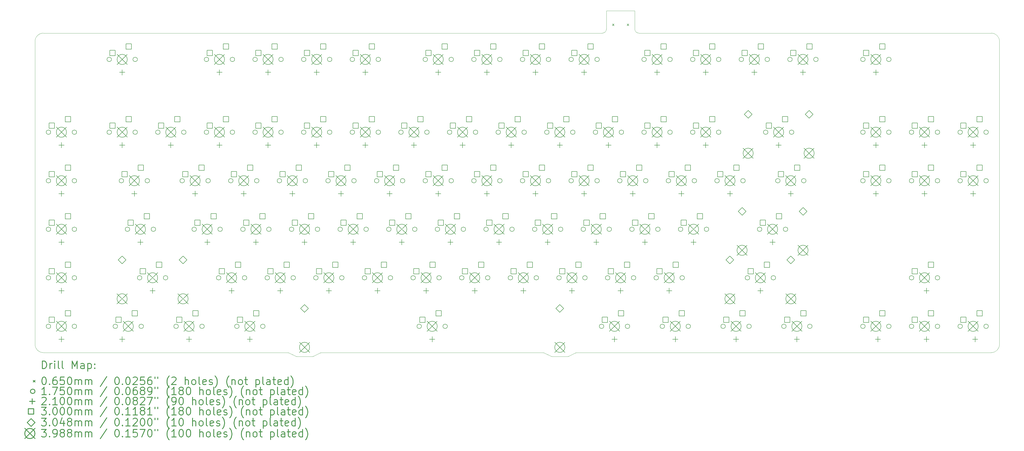
<source format=gbr>
%FSLAX45Y45*%
G04 Gerber Fmt 4.5, Leading zero omitted, Abs format (unit mm)*
G04 Created by KiCad (PCBNEW (5.1.10)-1) date 2021-12-17 20:47:44*
%MOMM*%
%LPD*%
G01*
G04 APERTURE LIST*
%TA.AperFunction,Profile*%
%ADD10C,0.100000*%
%TD*%
%ADD11C,0.200000*%
%ADD12C,0.300000*%
G04 APERTURE END LIST*
D10*
X31509890Y-15794630D02*
X45320270Y-15794630D01*
X8175110Y-15794630D02*
X30081230Y-15794630D01*
X7857630Y-28017610D02*
X7857630Y-16112110D01*
X17778880Y-28335090D02*
X8175110Y-28335090D01*
X45320270Y-28335090D02*
X29049420Y-28335090D01*
X45637750Y-16112110D02*
X45637750Y-28017610D01*
X7857630Y-16112110D02*
G75*
G02*
X8175110Y-15794630I317480J0D01*
G01*
X8175110Y-28335090D02*
G75*
G02*
X7857630Y-28017610I0J317480D01*
G01*
X45637750Y-28017610D02*
G75*
G02*
X45320270Y-28335090I-317480J0D01*
G01*
X45320270Y-15794630D02*
G75*
G02*
X45637750Y-16112110I0J-317480D01*
G01*
X27779500Y-28335090D02*
X19048800Y-28335090D01*
X28096980Y-28493830D02*
X27779500Y-28335090D01*
X28731940Y-28493830D02*
X29049420Y-28335090D01*
X28096980Y-28493830D02*
X28731940Y-28493830D01*
X18096360Y-28493830D02*
X17778880Y-28335090D01*
X18731320Y-28493830D02*
X19048800Y-28335090D01*
X18096360Y-28493830D02*
X18731320Y-28493830D01*
X30239970Y-15635890D02*
G75*
G02*
X30081230Y-15794630I-158740J0D01*
G01*
X31509890Y-15794630D02*
G75*
G02*
X31351150Y-15635890I0J158740D01*
G01*
X31351150Y-14921560D02*
X31351150Y-15635890D01*
X30239970Y-14921560D02*
X30239970Y-15635890D01*
X31351150Y-14921560D02*
X30239970Y-14921560D01*
D11*
X30474060Y-15434690D02*
X30539060Y-15499690D01*
X30539060Y-15434690D02*
X30474060Y-15499690D01*
X31052060Y-15434690D02*
X31117060Y-15499690D01*
X31117060Y-15434690D02*
X31052060Y-15499690D01*
X8468940Y-19683760D02*
G75*
G03*
X8468940Y-19683760I-87500J0D01*
G01*
X8468940Y-21588640D02*
G75*
G03*
X8468940Y-21588640I-87500J0D01*
G01*
X8468940Y-23493520D02*
G75*
G03*
X8468940Y-23493520I-87500J0D01*
G01*
X8468940Y-25398400D02*
G75*
G03*
X8468940Y-25398400I-87500J0D01*
G01*
X8468940Y-27303280D02*
G75*
G03*
X8468940Y-27303280I-87500J0D01*
G01*
X9484940Y-19683760D02*
G75*
G03*
X9484940Y-19683760I-87500J0D01*
G01*
X9484940Y-21588640D02*
G75*
G03*
X9484940Y-21588640I-87500J0D01*
G01*
X9484940Y-23493520D02*
G75*
G03*
X9484940Y-23493520I-87500J0D01*
G01*
X9484940Y-25398400D02*
G75*
G03*
X9484940Y-25398400I-87500J0D01*
G01*
X9484940Y-27303280D02*
G75*
G03*
X9484940Y-27303280I-87500J0D01*
G01*
X10850040Y-16826440D02*
G75*
G03*
X10850040Y-16826440I-87500J0D01*
G01*
X10850040Y-19683760D02*
G75*
G03*
X10850040Y-19683760I-87500J0D01*
G01*
X11088150Y-27303280D02*
G75*
G03*
X11088150Y-27303280I-87500J0D01*
G01*
X11326260Y-21588640D02*
G75*
G03*
X11326260Y-21588640I-87500J0D01*
G01*
X11564370Y-23493520D02*
G75*
G03*
X11564370Y-23493520I-87500J0D01*
G01*
X11866040Y-16826440D02*
G75*
G03*
X11866040Y-16826440I-87500J0D01*
G01*
X11866040Y-19683760D02*
G75*
G03*
X11866040Y-19683760I-87500J0D01*
G01*
X12040590Y-25398400D02*
G75*
G03*
X12040590Y-25398400I-87500J0D01*
G01*
X12104150Y-27303280D02*
G75*
G03*
X12104150Y-27303280I-87500J0D01*
G01*
X12342260Y-21588640D02*
G75*
G03*
X12342260Y-21588640I-87500J0D01*
G01*
X12580370Y-23493520D02*
G75*
G03*
X12580370Y-23493520I-87500J0D01*
G01*
X12754920Y-19683760D02*
G75*
G03*
X12754920Y-19683760I-87500J0D01*
G01*
X13056590Y-25398400D02*
G75*
G03*
X13056590Y-25398400I-87500J0D01*
G01*
X13469250Y-27303280D02*
G75*
G03*
X13469250Y-27303280I-87500J0D01*
G01*
X13707360Y-21588640D02*
G75*
G03*
X13707360Y-21588640I-87500J0D01*
G01*
X13770920Y-19683760D02*
G75*
G03*
X13770920Y-19683760I-87500J0D01*
G01*
X14177750Y-23493520D02*
G75*
G03*
X14177750Y-23493520I-87500J0D01*
G01*
X14485250Y-27303280D02*
G75*
G03*
X14485250Y-27303280I-87500J0D01*
G01*
X14659800Y-16826440D02*
G75*
G03*
X14659800Y-16826440I-87500J0D01*
G01*
X14659800Y-19683760D02*
G75*
G03*
X14659800Y-19683760I-87500J0D01*
G01*
X14723360Y-21588640D02*
G75*
G03*
X14723360Y-21588640I-87500J0D01*
G01*
X15136020Y-25398400D02*
G75*
G03*
X15136020Y-25398400I-87500J0D01*
G01*
X15193750Y-23493520D02*
G75*
G03*
X15193750Y-23493520I-87500J0D01*
G01*
X15612240Y-21588640D02*
G75*
G03*
X15612240Y-21588640I-87500J0D01*
G01*
X15675800Y-16826440D02*
G75*
G03*
X15675800Y-16826440I-87500J0D01*
G01*
X15675800Y-19683760D02*
G75*
G03*
X15675800Y-19683760I-87500J0D01*
G01*
X15850350Y-27303280D02*
G75*
G03*
X15850350Y-27303280I-87500J0D01*
G01*
X16088460Y-23493520D02*
G75*
G03*
X16088460Y-23493520I-87500J0D01*
G01*
X16152020Y-25398400D02*
G75*
G03*
X16152020Y-25398400I-87500J0D01*
G01*
X16564680Y-16826440D02*
G75*
G03*
X16564680Y-16826440I-87500J0D01*
G01*
X16564680Y-19683760D02*
G75*
G03*
X16564680Y-19683760I-87500J0D01*
G01*
X16628240Y-21588640D02*
G75*
G03*
X16628240Y-21588640I-87500J0D01*
G01*
X16866350Y-27303280D02*
G75*
G03*
X16866350Y-27303280I-87500J0D01*
G01*
X17040900Y-25398400D02*
G75*
G03*
X17040900Y-25398400I-87500J0D01*
G01*
X17104460Y-23493520D02*
G75*
G03*
X17104460Y-23493520I-87500J0D01*
G01*
X17517120Y-21588640D02*
G75*
G03*
X17517120Y-21588640I-87500J0D01*
G01*
X17580680Y-16826440D02*
G75*
G03*
X17580680Y-16826440I-87500J0D01*
G01*
X17580680Y-19683760D02*
G75*
G03*
X17580680Y-19683760I-87500J0D01*
G01*
X17993340Y-23493520D02*
G75*
G03*
X17993340Y-23493520I-87500J0D01*
G01*
X18056900Y-25398400D02*
G75*
G03*
X18056900Y-25398400I-87500J0D01*
G01*
X18469560Y-16826440D02*
G75*
G03*
X18469560Y-16826440I-87500J0D01*
G01*
X18469560Y-19683760D02*
G75*
G03*
X18469560Y-19683760I-87500J0D01*
G01*
X18533120Y-21588640D02*
G75*
G03*
X18533120Y-21588640I-87500J0D01*
G01*
X18945780Y-25398400D02*
G75*
G03*
X18945780Y-25398400I-87500J0D01*
G01*
X19009340Y-23493520D02*
G75*
G03*
X19009340Y-23493520I-87500J0D01*
G01*
X19422000Y-21588640D02*
G75*
G03*
X19422000Y-21588640I-87500J0D01*
G01*
X19485560Y-16826440D02*
G75*
G03*
X19485560Y-16826440I-87500J0D01*
G01*
X19485560Y-19683760D02*
G75*
G03*
X19485560Y-19683760I-87500J0D01*
G01*
X19898220Y-23493520D02*
G75*
G03*
X19898220Y-23493520I-87500J0D01*
G01*
X19961780Y-25398400D02*
G75*
G03*
X19961780Y-25398400I-87500J0D01*
G01*
X20374440Y-16826440D02*
G75*
G03*
X20374440Y-16826440I-87500J0D01*
G01*
X20374440Y-19683760D02*
G75*
G03*
X20374440Y-19683760I-87500J0D01*
G01*
X20438000Y-21588640D02*
G75*
G03*
X20438000Y-21588640I-87500J0D01*
G01*
X20850660Y-25398400D02*
G75*
G03*
X20850660Y-25398400I-87500J0D01*
G01*
X20914220Y-23493520D02*
G75*
G03*
X20914220Y-23493520I-87500J0D01*
G01*
X21326880Y-21588640D02*
G75*
G03*
X21326880Y-21588640I-87500J0D01*
G01*
X21390440Y-16826440D02*
G75*
G03*
X21390440Y-16826440I-87500J0D01*
G01*
X21390440Y-19683760D02*
G75*
G03*
X21390440Y-19683760I-87500J0D01*
G01*
X21803100Y-23493520D02*
G75*
G03*
X21803100Y-23493520I-87500J0D01*
G01*
X21866660Y-25398400D02*
G75*
G03*
X21866660Y-25398400I-87500J0D01*
G01*
X22279320Y-19683760D02*
G75*
G03*
X22279320Y-19683760I-87500J0D01*
G01*
X22342880Y-21588640D02*
G75*
G03*
X22342880Y-21588640I-87500J0D01*
G01*
X22755540Y-25398400D02*
G75*
G03*
X22755540Y-25398400I-87500J0D01*
G01*
X22819100Y-23493520D02*
G75*
G03*
X22819100Y-23493520I-87500J0D01*
G01*
X22993650Y-27303280D02*
G75*
G03*
X22993650Y-27303280I-87500J0D01*
G01*
X23231760Y-16826440D02*
G75*
G03*
X23231760Y-16826440I-87500J0D01*
G01*
X23231760Y-21588640D02*
G75*
G03*
X23231760Y-21588640I-87500J0D01*
G01*
X23295320Y-19683760D02*
G75*
G03*
X23295320Y-19683760I-87500J0D01*
G01*
X23707980Y-23493520D02*
G75*
G03*
X23707980Y-23493520I-87500J0D01*
G01*
X23771540Y-25398400D02*
G75*
G03*
X23771540Y-25398400I-87500J0D01*
G01*
X24009650Y-27303280D02*
G75*
G03*
X24009650Y-27303280I-87500J0D01*
G01*
X24184200Y-19683760D02*
G75*
G03*
X24184200Y-19683760I-87500J0D01*
G01*
X24247760Y-16826440D02*
G75*
G03*
X24247760Y-16826440I-87500J0D01*
G01*
X24247760Y-21588640D02*
G75*
G03*
X24247760Y-21588640I-87500J0D01*
G01*
X24660420Y-25398400D02*
G75*
G03*
X24660420Y-25398400I-87500J0D01*
G01*
X24723980Y-23493520D02*
G75*
G03*
X24723980Y-23493520I-87500J0D01*
G01*
X25136640Y-16826440D02*
G75*
G03*
X25136640Y-16826440I-87500J0D01*
G01*
X25136640Y-21588640D02*
G75*
G03*
X25136640Y-21588640I-87500J0D01*
G01*
X25200200Y-19683760D02*
G75*
G03*
X25200200Y-19683760I-87500J0D01*
G01*
X25612860Y-23493520D02*
G75*
G03*
X25612860Y-23493520I-87500J0D01*
G01*
X25676420Y-25398400D02*
G75*
G03*
X25676420Y-25398400I-87500J0D01*
G01*
X26089080Y-19683760D02*
G75*
G03*
X26089080Y-19683760I-87500J0D01*
G01*
X26152640Y-16826440D02*
G75*
G03*
X26152640Y-16826440I-87500J0D01*
G01*
X26152640Y-21588640D02*
G75*
G03*
X26152640Y-21588640I-87500J0D01*
G01*
X26565300Y-25398400D02*
G75*
G03*
X26565300Y-25398400I-87500J0D01*
G01*
X26628860Y-23493520D02*
G75*
G03*
X26628860Y-23493520I-87500J0D01*
G01*
X27041520Y-16826440D02*
G75*
G03*
X27041520Y-16826440I-87500J0D01*
G01*
X27041520Y-21588640D02*
G75*
G03*
X27041520Y-21588640I-87500J0D01*
G01*
X27105080Y-19683760D02*
G75*
G03*
X27105080Y-19683760I-87500J0D01*
G01*
X27517740Y-23493520D02*
G75*
G03*
X27517740Y-23493520I-87500J0D01*
G01*
X27581300Y-25398400D02*
G75*
G03*
X27581300Y-25398400I-87500J0D01*
G01*
X27993960Y-19683760D02*
G75*
G03*
X27993960Y-19683760I-87500J0D01*
G01*
X28057520Y-16826440D02*
G75*
G03*
X28057520Y-16826440I-87500J0D01*
G01*
X28057520Y-21588640D02*
G75*
G03*
X28057520Y-21588640I-87500J0D01*
G01*
X28470180Y-25398400D02*
G75*
G03*
X28470180Y-25398400I-87500J0D01*
G01*
X28533740Y-23493520D02*
G75*
G03*
X28533740Y-23493520I-87500J0D01*
G01*
X28946400Y-16826440D02*
G75*
G03*
X28946400Y-16826440I-87500J0D01*
G01*
X28946400Y-21588640D02*
G75*
G03*
X28946400Y-21588640I-87500J0D01*
G01*
X29009960Y-19683760D02*
G75*
G03*
X29009960Y-19683760I-87500J0D01*
G01*
X29422620Y-23493520D02*
G75*
G03*
X29422620Y-23493520I-87500J0D01*
G01*
X29486180Y-25398400D02*
G75*
G03*
X29486180Y-25398400I-87500J0D01*
G01*
X29898840Y-19683760D02*
G75*
G03*
X29898840Y-19683760I-87500J0D01*
G01*
X29962400Y-16826440D02*
G75*
G03*
X29962400Y-16826440I-87500J0D01*
G01*
X29962400Y-21588640D02*
G75*
G03*
X29962400Y-21588640I-87500J0D01*
G01*
X30136950Y-27303280D02*
G75*
G03*
X30136950Y-27303280I-87500J0D01*
G01*
X30375060Y-25398400D02*
G75*
G03*
X30375060Y-25398400I-87500J0D01*
G01*
X30438620Y-23493520D02*
G75*
G03*
X30438620Y-23493520I-87500J0D01*
G01*
X30851280Y-21588640D02*
G75*
G03*
X30851280Y-21588640I-87500J0D01*
G01*
X30914840Y-19683760D02*
G75*
G03*
X30914840Y-19683760I-87500J0D01*
G01*
X31152950Y-27303280D02*
G75*
G03*
X31152950Y-27303280I-87500J0D01*
G01*
X31327500Y-23493520D02*
G75*
G03*
X31327500Y-23493520I-87500J0D01*
G01*
X31391060Y-25398400D02*
G75*
G03*
X31391060Y-25398400I-87500J0D01*
G01*
X31803720Y-16826440D02*
G75*
G03*
X31803720Y-16826440I-87500J0D01*
G01*
X31803720Y-19683760D02*
G75*
G03*
X31803720Y-19683760I-87500J0D01*
G01*
X31867280Y-21588640D02*
G75*
G03*
X31867280Y-21588640I-87500J0D01*
G01*
X32279940Y-25398400D02*
G75*
G03*
X32279940Y-25398400I-87500J0D01*
G01*
X32343500Y-23493520D02*
G75*
G03*
X32343500Y-23493520I-87500J0D01*
G01*
X32518050Y-27303280D02*
G75*
G03*
X32518050Y-27303280I-87500J0D01*
G01*
X32756160Y-21588640D02*
G75*
G03*
X32756160Y-21588640I-87500J0D01*
G01*
X32819720Y-16826440D02*
G75*
G03*
X32819720Y-16826440I-87500J0D01*
G01*
X32819720Y-19683760D02*
G75*
G03*
X32819720Y-19683760I-87500J0D01*
G01*
X33232380Y-23493520D02*
G75*
G03*
X33232380Y-23493520I-87500J0D01*
G01*
X33295940Y-25398400D02*
G75*
G03*
X33295940Y-25398400I-87500J0D01*
G01*
X33534050Y-27303280D02*
G75*
G03*
X33534050Y-27303280I-87500J0D01*
G01*
X33708600Y-16826440D02*
G75*
G03*
X33708600Y-16826440I-87500J0D01*
G01*
X33708600Y-19683760D02*
G75*
G03*
X33708600Y-19683760I-87500J0D01*
G01*
X33772160Y-21588640D02*
G75*
G03*
X33772160Y-21588640I-87500J0D01*
G01*
X34248380Y-23493520D02*
G75*
G03*
X34248380Y-23493520I-87500J0D01*
G01*
X34661040Y-21588640D02*
G75*
G03*
X34661040Y-21588640I-87500J0D01*
G01*
X34724600Y-16826440D02*
G75*
G03*
X34724600Y-16826440I-87500J0D01*
G01*
X34724600Y-19683760D02*
G75*
G03*
X34724600Y-19683760I-87500J0D01*
G01*
X34899150Y-27303280D02*
G75*
G03*
X34899150Y-27303280I-87500J0D01*
G01*
X35613480Y-16826440D02*
G75*
G03*
X35613480Y-16826440I-87500J0D01*
G01*
X35677040Y-21588640D02*
G75*
G03*
X35677040Y-21588640I-87500J0D01*
G01*
X35851590Y-25398400D02*
G75*
G03*
X35851590Y-25398400I-87500J0D01*
G01*
X35915150Y-27303280D02*
G75*
G03*
X35915150Y-27303280I-87500J0D01*
G01*
X36327810Y-23493520D02*
G75*
G03*
X36327810Y-23493520I-87500J0D01*
G01*
X36565920Y-19683760D02*
G75*
G03*
X36565920Y-19683760I-87500J0D01*
G01*
X36629480Y-16826440D02*
G75*
G03*
X36629480Y-16826440I-87500J0D01*
G01*
X36867590Y-25398400D02*
G75*
G03*
X36867590Y-25398400I-87500J0D01*
G01*
X37042140Y-21588640D02*
G75*
G03*
X37042140Y-21588640I-87500J0D01*
G01*
X37280250Y-27303280D02*
G75*
G03*
X37280250Y-27303280I-87500J0D01*
G01*
X37343810Y-23493520D02*
G75*
G03*
X37343810Y-23493520I-87500J0D01*
G01*
X37518360Y-16826440D02*
G75*
G03*
X37518360Y-16826440I-87500J0D01*
G01*
X37581920Y-19683760D02*
G75*
G03*
X37581920Y-19683760I-87500J0D01*
G01*
X38058140Y-21588640D02*
G75*
G03*
X38058140Y-21588640I-87500J0D01*
G01*
X38296250Y-27303280D02*
G75*
G03*
X38296250Y-27303280I-87500J0D01*
G01*
X38534360Y-16826440D02*
G75*
G03*
X38534360Y-16826440I-87500J0D01*
G01*
X40375680Y-16826440D02*
G75*
G03*
X40375680Y-16826440I-87500J0D01*
G01*
X40375680Y-19683760D02*
G75*
G03*
X40375680Y-19683760I-87500J0D01*
G01*
X40375680Y-21588640D02*
G75*
G03*
X40375680Y-21588640I-87500J0D01*
G01*
X40375680Y-27303280D02*
G75*
G03*
X40375680Y-27303280I-87500J0D01*
G01*
X41391680Y-16826440D02*
G75*
G03*
X41391680Y-16826440I-87500J0D01*
G01*
X41391680Y-19683760D02*
G75*
G03*
X41391680Y-19683760I-87500J0D01*
G01*
X41391680Y-21588640D02*
G75*
G03*
X41391680Y-21588640I-87500J0D01*
G01*
X41391680Y-27303280D02*
G75*
G03*
X41391680Y-27303280I-87500J0D01*
G01*
X42280560Y-19683760D02*
G75*
G03*
X42280560Y-19683760I-87500J0D01*
G01*
X42280560Y-21588640D02*
G75*
G03*
X42280560Y-21588640I-87500J0D01*
G01*
X42280560Y-25398400D02*
G75*
G03*
X42280560Y-25398400I-87500J0D01*
G01*
X42280560Y-27303280D02*
G75*
G03*
X42280560Y-27303280I-87500J0D01*
G01*
X43296560Y-19683760D02*
G75*
G03*
X43296560Y-19683760I-87500J0D01*
G01*
X43296560Y-21588640D02*
G75*
G03*
X43296560Y-21588640I-87500J0D01*
G01*
X43296560Y-25398400D02*
G75*
G03*
X43296560Y-25398400I-87500J0D01*
G01*
X43296560Y-27303280D02*
G75*
G03*
X43296560Y-27303280I-87500J0D01*
G01*
X44185440Y-19683760D02*
G75*
G03*
X44185440Y-19683760I-87500J0D01*
G01*
X44185440Y-21588640D02*
G75*
G03*
X44185440Y-21588640I-87500J0D01*
G01*
X44185440Y-27303280D02*
G75*
G03*
X44185440Y-27303280I-87500J0D01*
G01*
X45201440Y-19683760D02*
G75*
G03*
X45201440Y-19683760I-87500J0D01*
G01*
X45201440Y-21588640D02*
G75*
G03*
X45201440Y-21588640I-87500J0D01*
G01*
X45201440Y-27303280D02*
G75*
G03*
X45201440Y-27303280I-87500J0D01*
G01*
X8889440Y-20086260D02*
X8889440Y-20296260D01*
X8784440Y-20191260D02*
X8994440Y-20191260D01*
X8889440Y-21991140D02*
X8889440Y-22201140D01*
X8784440Y-22096140D02*
X8994440Y-22096140D01*
X8889440Y-23896020D02*
X8889440Y-24106020D01*
X8784440Y-24001020D02*
X8994440Y-24001020D01*
X8889440Y-25800900D02*
X8889440Y-26010900D01*
X8784440Y-25905900D02*
X8994440Y-25905900D01*
X8889440Y-27705780D02*
X8889440Y-27915780D01*
X8784440Y-27810780D02*
X8994440Y-27810780D01*
X11270540Y-17228940D02*
X11270540Y-17438940D01*
X11165540Y-17333940D02*
X11375540Y-17333940D01*
X11270540Y-20086260D02*
X11270540Y-20296260D01*
X11165540Y-20191260D02*
X11375540Y-20191260D01*
X11270540Y-27705780D02*
X11270540Y-27915780D01*
X11165540Y-27810780D02*
X11375540Y-27810780D01*
X11746760Y-21991140D02*
X11746760Y-22201140D01*
X11641760Y-22096140D02*
X11851760Y-22096140D01*
X11984870Y-23896020D02*
X11984870Y-24106020D01*
X11879870Y-24001020D02*
X12089870Y-24001020D01*
X12461090Y-25800900D02*
X12461090Y-26010900D01*
X12356090Y-25905900D02*
X12566090Y-25905900D01*
X13175420Y-20086260D02*
X13175420Y-20296260D01*
X13070420Y-20191260D02*
X13280420Y-20191260D01*
X13889750Y-27705780D02*
X13889750Y-27915780D01*
X13784750Y-27810780D02*
X13994750Y-27810780D01*
X14127860Y-21991140D02*
X14127860Y-22201140D01*
X14022860Y-22096140D02*
X14232860Y-22096140D01*
X14604080Y-23896020D02*
X14604080Y-24106020D01*
X14499080Y-24001020D02*
X14709080Y-24001020D01*
X15080300Y-17228940D02*
X15080300Y-17438940D01*
X14975300Y-17333940D02*
X15185300Y-17333940D01*
X15080300Y-20086260D02*
X15080300Y-20296260D01*
X14975300Y-20191260D02*
X15185300Y-20191260D01*
X15556520Y-25800900D02*
X15556520Y-26010900D01*
X15451520Y-25905900D02*
X15661520Y-25905900D01*
X16032740Y-21991140D02*
X16032740Y-22201140D01*
X15927740Y-22096140D02*
X16137740Y-22096140D01*
X16270850Y-27705780D02*
X16270850Y-27915780D01*
X16165850Y-27810780D02*
X16375850Y-27810780D01*
X16508960Y-23896020D02*
X16508960Y-24106020D01*
X16403960Y-24001020D02*
X16613960Y-24001020D01*
X16985180Y-17228940D02*
X16985180Y-17438940D01*
X16880180Y-17333940D02*
X17090180Y-17333940D01*
X16985180Y-20086260D02*
X16985180Y-20296260D01*
X16880180Y-20191260D02*
X17090180Y-20191260D01*
X17461400Y-25800900D02*
X17461400Y-26010900D01*
X17356400Y-25905900D02*
X17566400Y-25905900D01*
X17937620Y-21991140D02*
X17937620Y-22201140D01*
X17832620Y-22096140D02*
X18042620Y-22096140D01*
X18413840Y-23896020D02*
X18413840Y-24106020D01*
X18308840Y-24001020D02*
X18518840Y-24001020D01*
X18890060Y-17228940D02*
X18890060Y-17438940D01*
X18785060Y-17333940D02*
X18995060Y-17333940D01*
X18890060Y-20086260D02*
X18890060Y-20296260D01*
X18785060Y-20191260D02*
X18995060Y-20191260D01*
X19366280Y-25800900D02*
X19366280Y-26010900D01*
X19261280Y-25905900D02*
X19471280Y-25905900D01*
X19842500Y-21991140D02*
X19842500Y-22201140D01*
X19737500Y-22096140D02*
X19947500Y-22096140D01*
X20318720Y-23896020D02*
X20318720Y-24106020D01*
X20213720Y-24001020D02*
X20423720Y-24001020D01*
X20794940Y-17228940D02*
X20794940Y-17438940D01*
X20689940Y-17333940D02*
X20899940Y-17333940D01*
X20794940Y-20086260D02*
X20794940Y-20296260D01*
X20689940Y-20191260D02*
X20899940Y-20191260D01*
X21271160Y-25800900D02*
X21271160Y-26010900D01*
X21166160Y-25905900D02*
X21376160Y-25905900D01*
X21747380Y-21991140D02*
X21747380Y-22201140D01*
X21642380Y-22096140D02*
X21852380Y-22096140D01*
X22223600Y-23896020D02*
X22223600Y-24106020D01*
X22118600Y-24001020D02*
X22328600Y-24001020D01*
X22699820Y-20086260D02*
X22699820Y-20296260D01*
X22594820Y-20191260D02*
X22804820Y-20191260D01*
X23176040Y-25800900D02*
X23176040Y-26010900D01*
X23071040Y-25905900D02*
X23281040Y-25905900D01*
X23414150Y-27705780D02*
X23414150Y-27915780D01*
X23309150Y-27810780D02*
X23519150Y-27810780D01*
X23652260Y-17228940D02*
X23652260Y-17438940D01*
X23547260Y-17333940D02*
X23757260Y-17333940D01*
X23652260Y-21991140D02*
X23652260Y-22201140D01*
X23547260Y-22096140D02*
X23757260Y-22096140D01*
X24128480Y-23896020D02*
X24128480Y-24106020D01*
X24023480Y-24001020D02*
X24233480Y-24001020D01*
X24604700Y-20086260D02*
X24604700Y-20296260D01*
X24499700Y-20191260D02*
X24709700Y-20191260D01*
X25080920Y-25800900D02*
X25080920Y-26010900D01*
X24975920Y-25905900D02*
X25185920Y-25905900D01*
X25557140Y-17228940D02*
X25557140Y-17438940D01*
X25452140Y-17333940D02*
X25662140Y-17333940D01*
X25557140Y-21991140D02*
X25557140Y-22201140D01*
X25452140Y-22096140D02*
X25662140Y-22096140D01*
X26033360Y-23896020D02*
X26033360Y-24106020D01*
X25928360Y-24001020D02*
X26138360Y-24001020D01*
X26509580Y-20086260D02*
X26509580Y-20296260D01*
X26404580Y-20191260D02*
X26614580Y-20191260D01*
X26985800Y-25800900D02*
X26985800Y-26010900D01*
X26880800Y-25905900D02*
X27090800Y-25905900D01*
X27462020Y-17228940D02*
X27462020Y-17438940D01*
X27357020Y-17333940D02*
X27567020Y-17333940D01*
X27462020Y-21991140D02*
X27462020Y-22201140D01*
X27357020Y-22096140D02*
X27567020Y-22096140D01*
X27938240Y-23896020D02*
X27938240Y-24106020D01*
X27833240Y-24001020D02*
X28043240Y-24001020D01*
X28414460Y-20086260D02*
X28414460Y-20296260D01*
X28309460Y-20191260D02*
X28519460Y-20191260D01*
X28890680Y-25800900D02*
X28890680Y-26010900D01*
X28785680Y-25905900D02*
X28995680Y-25905900D01*
X29366900Y-17228940D02*
X29366900Y-17438940D01*
X29261900Y-17333940D02*
X29471900Y-17333940D01*
X29366900Y-21991140D02*
X29366900Y-22201140D01*
X29261900Y-22096140D02*
X29471900Y-22096140D01*
X29843120Y-23896020D02*
X29843120Y-24106020D01*
X29738120Y-24001020D02*
X29948120Y-24001020D01*
X30319340Y-20086260D02*
X30319340Y-20296260D01*
X30214340Y-20191260D02*
X30424340Y-20191260D01*
X30557450Y-27705780D02*
X30557450Y-27915780D01*
X30452450Y-27810780D02*
X30662450Y-27810780D01*
X30795560Y-25800900D02*
X30795560Y-26010900D01*
X30690560Y-25905900D02*
X30900560Y-25905900D01*
X31271780Y-21991140D02*
X31271780Y-22201140D01*
X31166780Y-22096140D02*
X31376780Y-22096140D01*
X31748000Y-23896020D02*
X31748000Y-24106020D01*
X31643000Y-24001020D02*
X31853000Y-24001020D01*
X32224220Y-17228940D02*
X32224220Y-17438940D01*
X32119220Y-17333940D02*
X32329220Y-17333940D01*
X32224220Y-20086260D02*
X32224220Y-20296260D01*
X32119220Y-20191260D02*
X32329220Y-20191260D01*
X32700440Y-25800900D02*
X32700440Y-26010900D01*
X32595440Y-25905900D02*
X32805440Y-25905900D01*
X32938550Y-27705780D02*
X32938550Y-27915780D01*
X32833550Y-27810780D02*
X33043550Y-27810780D01*
X33176660Y-21991140D02*
X33176660Y-22201140D01*
X33071660Y-22096140D02*
X33281660Y-22096140D01*
X33652880Y-23896020D02*
X33652880Y-24106020D01*
X33547880Y-24001020D02*
X33757880Y-24001020D01*
X34129100Y-17228940D02*
X34129100Y-17438940D01*
X34024100Y-17333940D02*
X34234100Y-17333940D01*
X34129100Y-20086260D02*
X34129100Y-20296260D01*
X34024100Y-20191260D02*
X34234100Y-20191260D01*
X35081540Y-21991140D02*
X35081540Y-22201140D01*
X34976540Y-22096140D02*
X35186540Y-22096140D01*
X35319650Y-27705780D02*
X35319650Y-27915780D01*
X35214650Y-27810780D02*
X35424650Y-27810780D01*
X36033980Y-17228940D02*
X36033980Y-17438940D01*
X35928980Y-17333940D02*
X36138980Y-17333940D01*
X36272090Y-25800900D02*
X36272090Y-26010900D01*
X36167090Y-25905900D02*
X36377090Y-25905900D01*
X36748310Y-23896020D02*
X36748310Y-24106020D01*
X36643310Y-24001020D02*
X36853310Y-24001020D01*
X36986420Y-20086260D02*
X36986420Y-20296260D01*
X36881420Y-20191260D02*
X37091420Y-20191260D01*
X37462640Y-21991140D02*
X37462640Y-22201140D01*
X37357640Y-22096140D02*
X37567640Y-22096140D01*
X37700750Y-27705780D02*
X37700750Y-27915780D01*
X37595750Y-27810780D02*
X37805750Y-27810780D01*
X37938860Y-17228940D02*
X37938860Y-17438940D01*
X37833860Y-17333940D02*
X38043860Y-17333940D01*
X40796180Y-17228940D02*
X40796180Y-17438940D01*
X40691180Y-17333940D02*
X40901180Y-17333940D01*
X40796180Y-20086260D02*
X40796180Y-20296260D01*
X40691180Y-20191260D02*
X40901180Y-20191260D01*
X40796180Y-21991140D02*
X40796180Y-22201140D01*
X40691180Y-22096140D02*
X40901180Y-22096140D01*
X40875550Y-27705780D02*
X40875550Y-27915780D01*
X40770550Y-27810780D02*
X40980550Y-27810780D01*
X42701060Y-20086260D02*
X42701060Y-20296260D01*
X42596060Y-20191260D02*
X42806060Y-20191260D01*
X42701060Y-21991140D02*
X42701060Y-22201140D01*
X42596060Y-22096140D02*
X42806060Y-22096140D01*
X42780430Y-25800900D02*
X42780430Y-26010900D01*
X42675430Y-25905900D02*
X42885430Y-25905900D01*
X42780430Y-27705780D02*
X42780430Y-27915780D01*
X42675430Y-27810780D02*
X42885430Y-27810780D01*
X44605940Y-20086260D02*
X44605940Y-20296260D01*
X44500940Y-20191260D02*
X44710940Y-20191260D01*
X44605940Y-21991140D02*
X44605940Y-22201140D01*
X44500940Y-22096140D02*
X44710940Y-22096140D01*
X44685310Y-27705780D02*
X44685310Y-27915780D01*
X44580310Y-27810780D02*
X44790310Y-27810780D01*
X8614507Y-19535827D02*
X8614507Y-19323693D01*
X8402373Y-19323693D01*
X8402373Y-19535827D01*
X8614507Y-19535827D01*
X8614507Y-21440707D02*
X8614507Y-21228573D01*
X8402373Y-21228573D01*
X8402373Y-21440707D01*
X8614507Y-21440707D01*
X8614507Y-23345587D02*
X8614507Y-23133453D01*
X8402373Y-23133453D01*
X8402373Y-23345587D01*
X8614507Y-23345587D01*
X8614507Y-25250467D02*
X8614507Y-25038333D01*
X8402373Y-25038333D01*
X8402373Y-25250467D01*
X8614507Y-25250467D01*
X8614507Y-27155347D02*
X8614507Y-26943213D01*
X8402373Y-26943213D01*
X8402373Y-27155347D01*
X8614507Y-27155347D01*
X9249507Y-19281827D02*
X9249507Y-19069693D01*
X9037373Y-19069693D01*
X9037373Y-19281827D01*
X9249507Y-19281827D01*
X9249507Y-21186707D02*
X9249507Y-20974573D01*
X9037373Y-20974573D01*
X9037373Y-21186707D01*
X9249507Y-21186707D01*
X9249507Y-23091587D02*
X9249507Y-22879453D01*
X9037373Y-22879453D01*
X9037373Y-23091587D01*
X9249507Y-23091587D01*
X9249507Y-24996467D02*
X9249507Y-24784333D01*
X9037373Y-24784333D01*
X9037373Y-24996467D01*
X9249507Y-24996467D01*
X9249507Y-26901347D02*
X9249507Y-26689213D01*
X9037373Y-26689213D01*
X9037373Y-26901347D01*
X9249507Y-26901347D01*
X10995607Y-16678507D02*
X10995607Y-16466373D01*
X10783473Y-16466373D01*
X10783473Y-16678507D01*
X10995607Y-16678507D01*
X10995607Y-19535827D02*
X10995607Y-19323693D01*
X10783473Y-19323693D01*
X10783473Y-19535827D01*
X10995607Y-19535827D01*
X11233717Y-27155347D02*
X11233717Y-26943213D01*
X11021583Y-26943213D01*
X11021583Y-27155347D01*
X11233717Y-27155347D01*
X11471827Y-21440707D02*
X11471827Y-21228573D01*
X11259693Y-21228573D01*
X11259693Y-21440707D01*
X11471827Y-21440707D01*
X11630607Y-16424507D02*
X11630607Y-16212373D01*
X11418473Y-16212373D01*
X11418473Y-16424507D01*
X11630607Y-16424507D01*
X11630607Y-19281827D02*
X11630607Y-19069693D01*
X11418473Y-19069693D01*
X11418473Y-19281827D01*
X11630607Y-19281827D01*
X11709937Y-23345587D02*
X11709937Y-23133453D01*
X11497803Y-23133453D01*
X11497803Y-23345587D01*
X11709937Y-23345587D01*
X11868717Y-26901347D02*
X11868717Y-26689213D01*
X11656583Y-26689213D01*
X11656583Y-26901347D01*
X11868717Y-26901347D01*
X12106827Y-21186707D02*
X12106827Y-20974573D01*
X11894693Y-20974573D01*
X11894693Y-21186707D01*
X12106827Y-21186707D01*
X12186157Y-25250467D02*
X12186157Y-25038333D01*
X11974023Y-25038333D01*
X11974023Y-25250467D01*
X12186157Y-25250467D01*
X12344937Y-23091587D02*
X12344937Y-22879453D01*
X12132803Y-22879453D01*
X12132803Y-23091587D01*
X12344937Y-23091587D01*
X12821157Y-24996467D02*
X12821157Y-24784333D01*
X12609023Y-24784333D01*
X12609023Y-24996467D01*
X12821157Y-24996467D01*
X12900487Y-19535827D02*
X12900487Y-19323693D01*
X12688353Y-19323693D01*
X12688353Y-19535827D01*
X12900487Y-19535827D01*
X13535487Y-19281827D02*
X13535487Y-19069693D01*
X13323353Y-19069693D01*
X13323353Y-19281827D01*
X13535487Y-19281827D01*
X13614817Y-27155347D02*
X13614817Y-26943213D01*
X13402683Y-26943213D01*
X13402683Y-27155347D01*
X13614817Y-27155347D01*
X13852927Y-21440707D02*
X13852927Y-21228573D01*
X13640793Y-21228573D01*
X13640793Y-21440707D01*
X13852927Y-21440707D01*
X14249817Y-26901347D02*
X14249817Y-26689213D01*
X14037683Y-26689213D01*
X14037683Y-26901347D01*
X14249817Y-26901347D01*
X14323317Y-23345587D02*
X14323317Y-23133453D01*
X14111183Y-23133453D01*
X14111183Y-23345587D01*
X14323317Y-23345587D01*
X14487927Y-21186707D02*
X14487927Y-20974573D01*
X14275793Y-20974573D01*
X14275793Y-21186707D01*
X14487927Y-21186707D01*
X14805367Y-16678507D02*
X14805367Y-16466373D01*
X14593233Y-16466373D01*
X14593233Y-16678507D01*
X14805367Y-16678507D01*
X14805367Y-19535827D02*
X14805367Y-19323693D01*
X14593233Y-19323693D01*
X14593233Y-19535827D01*
X14805367Y-19535827D01*
X14958317Y-23091587D02*
X14958317Y-22879453D01*
X14746183Y-22879453D01*
X14746183Y-23091587D01*
X14958317Y-23091587D01*
X15281587Y-25250467D02*
X15281587Y-25038333D01*
X15069453Y-25038333D01*
X15069453Y-25250467D01*
X15281587Y-25250467D01*
X15440367Y-16424507D02*
X15440367Y-16212373D01*
X15228233Y-16212373D01*
X15228233Y-16424507D01*
X15440367Y-16424507D01*
X15440367Y-19281827D02*
X15440367Y-19069693D01*
X15228233Y-19069693D01*
X15228233Y-19281827D01*
X15440367Y-19281827D01*
X15757807Y-21440707D02*
X15757807Y-21228573D01*
X15545673Y-21228573D01*
X15545673Y-21440707D01*
X15757807Y-21440707D01*
X15916587Y-24996467D02*
X15916587Y-24784333D01*
X15704453Y-24784333D01*
X15704453Y-24996467D01*
X15916587Y-24996467D01*
X15995917Y-27155347D02*
X15995917Y-26943213D01*
X15783783Y-26943213D01*
X15783783Y-27155347D01*
X15995917Y-27155347D01*
X16234027Y-23345587D02*
X16234027Y-23133453D01*
X16021893Y-23133453D01*
X16021893Y-23345587D01*
X16234027Y-23345587D01*
X16392807Y-21186707D02*
X16392807Y-20974573D01*
X16180673Y-20974573D01*
X16180673Y-21186707D01*
X16392807Y-21186707D01*
X16630917Y-26901347D02*
X16630917Y-26689213D01*
X16418783Y-26689213D01*
X16418783Y-26901347D01*
X16630917Y-26901347D01*
X16710247Y-16678507D02*
X16710247Y-16466373D01*
X16498113Y-16466373D01*
X16498113Y-16678507D01*
X16710247Y-16678507D01*
X16710247Y-19535827D02*
X16710247Y-19323693D01*
X16498113Y-19323693D01*
X16498113Y-19535827D01*
X16710247Y-19535827D01*
X16869027Y-23091587D02*
X16869027Y-22879453D01*
X16656893Y-22879453D01*
X16656893Y-23091587D01*
X16869027Y-23091587D01*
X17186467Y-25250467D02*
X17186467Y-25038333D01*
X16974333Y-25038333D01*
X16974333Y-25250467D01*
X17186467Y-25250467D01*
X17345247Y-16424507D02*
X17345247Y-16212373D01*
X17133113Y-16212373D01*
X17133113Y-16424507D01*
X17345247Y-16424507D01*
X17345247Y-19281827D02*
X17345247Y-19069693D01*
X17133113Y-19069693D01*
X17133113Y-19281827D01*
X17345247Y-19281827D01*
X17662687Y-21440707D02*
X17662687Y-21228573D01*
X17450553Y-21228573D01*
X17450553Y-21440707D01*
X17662687Y-21440707D01*
X17821467Y-24996467D02*
X17821467Y-24784333D01*
X17609333Y-24784333D01*
X17609333Y-24996467D01*
X17821467Y-24996467D01*
X18138907Y-23345587D02*
X18138907Y-23133453D01*
X17926773Y-23133453D01*
X17926773Y-23345587D01*
X18138907Y-23345587D01*
X18297687Y-21186707D02*
X18297687Y-20974573D01*
X18085553Y-20974573D01*
X18085553Y-21186707D01*
X18297687Y-21186707D01*
X18615127Y-16678507D02*
X18615127Y-16466373D01*
X18402993Y-16466373D01*
X18402993Y-16678507D01*
X18615127Y-16678507D01*
X18615127Y-19535827D02*
X18615127Y-19323693D01*
X18402993Y-19323693D01*
X18402993Y-19535827D01*
X18615127Y-19535827D01*
X18773907Y-23091587D02*
X18773907Y-22879453D01*
X18561773Y-22879453D01*
X18561773Y-23091587D01*
X18773907Y-23091587D01*
X19091347Y-25250467D02*
X19091347Y-25038333D01*
X18879213Y-25038333D01*
X18879213Y-25250467D01*
X19091347Y-25250467D01*
X19250127Y-16424507D02*
X19250127Y-16212373D01*
X19037993Y-16212373D01*
X19037993Y-16424507D01*
X19250127Y-16424507D01*
X19250127Y-19281827D02*
X19250127Y-19069693D01*
X19037993Y-19069693D01*
X19037993Y-19281827D01*
X19250127Y-19281827D01*
X19567567Y-21440707D02*
X19567567Y-21228573D01*
X19355433Y-21228573D01*
X19355433Y-21440707D01*
X19567567Y-21440707D01*
X19726347Y-24996467D02*
X19726347Y-24784333D01*
X19514213Y-24784333D01*
X19514213Y-24996467D01*
X19726347Y-24996467D01*
X20043787Y-23345587D02*
X20043787Y-23133453D01*
X19831653Y-23133453D01*
X19831653Y-23345587D01*
X20043787Y-23345587D01*
X20202567Y-21186707D02*
X20202567Y-20974573D01*
X19990433Y-20974573D01*
X19990433Y-21186707D01*
X20202567Y-21186707D01*
X20520007Y-16678507D02*
X20520007Y-16466373D01*
X20307873Y-16466373D01*
X20307873Y-16678507D01*
X20520007Y-16678507D01*
X20520007Y-19535827D02*
X20520007Y-19323693D01*
X20307873Y-19323693D01*
X20307873Y-19535827D01*
X20520007Y-19535827D01*
X20678787Y-23091587D02*
X20678787Y-22879453D01*
X20466653Y-22879453D01*
X20466653Y-23091587D01*
X20678787Y-23091587D01*
X20996227Y-25250467D02*
X20996227Y-25038333D01*
X20784093Y-25038333D01*
X20784093Y-25250467D01*
X20996227Y-25250467D01*
X21155007Y-16424507D02*
X21155007Y-16212373D01*
X20942873Y-16212373D01*
X20942873Y-16424507D01*
X21155007Y-16424507D01*
X21155007Y-19281827D02*
X21155007Y-19069693D01*
X20942873Y-19069693D01*
X20942873Y-19281827D01*
X21155007Y-19281827D01*
X21472447Y-21440707D02*
X21472447Y-21228573D01*
X21260313Y-21228573D01*
X21260313Y-21440707D01*
X21472447Y-21440707D01*
X21631227Y-24996467D02*
X21631227Y-24784333D01*
X21419093Y-24784333D01*
X21419093Y-24996467D01*
X21631227Y-24996467D01*
X21948667Y-23345587D02*
X21948667Y-23133453D01*
X21736533Y-23133453D01*
X21736533Y-23345587D01*
X21948667Y-23345587D01*
X22107447Y-21186707D02*
X22107447Y-20974573D01*
X21895313Y-20974573D01*
X21895313Y-21186707D01*
X22107447Y-21186707D01*
X22424887Y-19535827D02*
X22424887Y-19323693D01*
X22212753Y-19323693D01*
X22212753Y-19535827D01*
X22424887Y-19535827D01*
X22583667Y-23091587D02*
X22583667Y-22879453D01*
X22371533Y-22879453D01*
X22371533Y-23091587D01*
X22583667Y-23091587D01*
X22901107Y-25250467D02*
X22901107Y-25038333D01*
X22688973Y-25038333D01*
X22688973Y-25250467D01*
X22901107Y-25250467D01*
X23059887Y-19281827D02*
X23059887Y-19069693D01*
X22847753Y-19069693D01*
X22847753Y-19281827D01*
X23059887Y-19281827D01*
X23139217Y-27155347D02*
X23139217Y-26943213D01*
X22927083Y-26943213D01*
X22927083Y-27155347D01*
X23139217Y-27155347D01*
X23377327Y-16678507D02*
X23377327Y-16466373D01*
X23165193Y-16466373D01*
X23165193Y-16678507D01*
X23377327Y-16678507D01*
X23377327Y-21440707D02*
X23377327Y-21228573D01*
X23165193Y-21228573D01*
X23165193Y-21440707D01*
X23377327Y-21440707D01*
X23536107Y-24996467D02*
X23536107Y-24784333D01*
X23323973Y-24784333D01*
X23323973Y-24996467D01*
X23536107Y-24996467D01*
X23774217Y-26901347D02*
X23774217Y-26689213D01*
X23562083Y-26689213D01*
X23562083Y-26901347D01*
X23774217Y-26901347D01*
X23853547Y-23345587D02*
X23853547Y-23133453D01*
X23641413Y-23133453D01*
X23641413Y-23345587D01*
X23853547Y-23345587D01*
X24012327Y-16424507D02*
X24012327Y-16212373D01*
X23800193Y-16212373D01*
X23800193Y-16424507D01*
X24012327Y-16424507D01*
X24012327Y-21186707D02*
X24012327Y-20974573D01*
X23800193Y-20974573D01*
X23800193Y-21186707D01*
X24012327Y-21186707D01*
X24329767Y-19535827D02*
X24329767Y-19323693D01*
X24117633Y-19323693D01*
X24117633Y-19535827D01*
X24329767Y-19535827D01*
X24488547Y-23091587D02*
X24488547Y-22879453D01*
X24276413Y-22879453D01*
X24276413Y-23091587D01*
X24488547Y-23091587D01*
X24805987Y-25250467D02*
X24805987Y-25038333D01*
X24593853Y-25038333D01*
X24593853Y-25250467D01*
X24805987Y-25250467D01*
X24964767Y-19281827D02*
X24964767Y-19069693D01*
X24752633Y-19069693D01*
X24752633Y-19281827D01*
X24964767Y-19281827D01*
X25282207Y-16678507D02*
X25282207Y-16466373D01*
X25070073Y-16466373D01*
X25070073Y-16678507D01*
X25282207Y-16678507D01*
X25282207Y-21440707D02*
X25282207Y-21228573D01*
X25070073Y-21228573D01*
X25070073Y-21440707D01*
X25282207Y-21440707D01*
X25440987Y-24996467D02*
X25440987Y-24784333D01*
X25228853Y-24784333D01*
X25228853Y-24996467D01*
X25440987Y-24996467D01*
X25758427Y-23345587D02*
X25758427Y-23133453D01*
X25546293Y-23133453D01*
X25546293Y-23345587D01*
X25758427Y-23345587D01*
X25917207Y-16424507D02*
X25917207Y-16212373D01*
X25705073Y-16212373D01*
X25705073Y-16424507D01*
X25917207Y-16424507D01*
X25917207Y-21186707D02*
X25917207Y-20974573D01*
X25705073Y-20974573D01*
X25705073Y-21186707D01*
X25917207Y-21186707D01*
X26234647Y-19535827D02*
X26234647Y-19323693D01*
X26022513Y-19323693D01*
X26022513Y-19535827D01*
X26234647Y-19535827D01*
X26393427Y-23091587D02*
X26393427Y-22879453D01*
X26181293Y-22879453D01*
X26181293Y-23091587D01*
X26393427Y-23091587D01*
X26710867Y-25250467D02*
X26710867Y-25038333D01*
X26498733Y-25038333D01*
X26498733Y-25250467D01*
X26710867Y-25250467D01*
X26869647Y-19281827D02*
X26869647Y-19069693D01*
X26657513Y-19069693D01*
X26657513Y-19281827D01*
X26869647Y-19281827D01*
X27187087Y-16678507D02*
X27187087Y-16466373D01*
X26974953Y-16466373D01*
X26974953Y-16678507D01*
X27187087Y-16678507D01*
X27187087Y-21440707D02*
X27187087Y-21228573D01*
X26974953Y-21228573D01*
X26974953Y-21440707D01*
X27187087Y-21440707D01*
X27345867Y-24996467D02*
X27345867Y-24784333D01*
X27133733Y-24784333D01*
X27133733Y-24996467D01*
X27345867Y-24996467D01*
X27663307Y-23345587D02*
X27663307Y-23133453D01*
X27451173Y-23133453D01*
X27451173Y-23345587D01*
X27663307Y-23345587D01*
X27822087Y-16424507D02*
X27822087Y-16212373D01*
X27609953Y-16212373D01*
X27609953Y-16424507D01*
X27822087Y-16424507D01*
X27822087Y-21186707D02*
X27822087Y-20974573D01*
X27609953Y-20974573D01*
X27609953Y-21186707D01*
X27822087Y-21186707D01*
X28139527Y-19535827D02*
X28139527Y-19323693D01*
X27927393Y-19323693D01*
X27927393Y-19535827D01*
X28139527Y-19535827D01*
X28298307Y-23091587D02*
X28298307Y-22879453D01*
X28086173Y-22879453D01*
X28086173Y-23091587D01*
X28298307Y-23091587D01*
X28615747Y-25250467D02*
X28615747Y-25038333D01*
X28403613Y-25038333D01*
X28403613Y-25250467D01*
X28615747Y-25250467D01*
X28774527Y-19281827D02*
X28774527Y-19069693D01*
X28562393Y-19069693D01*
X28562393Y-19281827D01*
X28774527Y-19281827D01*
X29091967Y-16678507D02*
X29091967Y-16466373D01*
X28879833Y-16466373D01*
X28879833Y-16678507D01*
X29091967Y-16678507D01*
X29091967Y-21440707D02*
X29091967Y-21228573D01*
X28879833Y-21228573D01*
X28879833Y-21440707D01*
X29091967Y-21440707D01*
X29250747Y-24996467D02*
X29250747Y-24784333D01*
X29038613Y-24784333D01*
X29038613Y-24996467D01*
X29250747Y-24996467D01*
X29568187Y-23345587D02*
X29568187Y-23133453D01*
X29356053Y-23133453D01*
X29356053Y-23345587D01*
X29568187Y-23345587D01*
X29726967Y-16424507D02*
X29726967Y-16212373D01*
X29514833Y-16212373D01*
X29514833Y-16424507D01*
X29726967Y-16424507D01*
X29726967Y-21186707D02*
X29726967Y-20974573D01*
X29514833Y-20974573D01*
X29514833Y-21186707D01*
X29726967Y-21186707D01*
X30044407Y-19535827D02*
X30044407Y-19323693D01*
X29832273Y-19323693D01*
X29832273Y-19535827D01*
X30044407Y-19535827D01*
X30203187Y-23091587D02*
X30203187Y-22879453D01*
X29991053Y-22879453D01*
X29991053Y-23091587D01*
X30203187Y-23091587D01*
X30282517Y-27155347D02*
X30282517Y-26943213D01*
X30070383Y-26943213D01*
X30070383Y-27155347D01*
X30282517Y-27155347D01*
X30520627Y-25250467D02*
X30520627Y-25038333D01*
X30308493Y-25038333D01*
X30308493Y-25250467D01*
X30520627Y-25250467D01*
X30679407Y-19281827D02*
X30679407Y-19069693D01*
X30467273Y-19069693D01*
X30467273Y-19281827D01*
X30679407Y-19281827D01*
X30917517Y-26901347D02*
X30917517Y-26689213D01*
X30705383Y-26689213D01*
X30705383Y-26901347D01*
X30917517Y-26901347D01*
X30996847Y-21440707D02*
X30996847Y-21228573D01*
X30784713Y-21228573D01*
X30784713Y-21440707D01*
X30996847Y-21440707D01*
X31155627Y-24996467D02*
X31155627Y-24784333D01*
X30943493Y-24784333D01*
X30943493Y-24996467D01*
X31155627Y-24996467D01*
X31473067Y-23345587D02*
X31473067Y-23133453D01*
X31260933Y-23133453D01*
X31260933Y-23345587D01*
X31473067Y-23345587D01*
X31631847Y-21186707D02*
X31631847Y-20974573D01*
X31419713Y-20974573D01*
X31419713Y-21186707D01*
X31631847Y-21186707D01*
X31949287Y-16678507D02*
X31949287Y-16466373D01*
X31737153Y-16466373D01*
X31737153Y-16678507D01*
X31949287Y-16678507D01*
X31949287Y-19535827D02*
X31949287Y-19323693D01*
X31737153Y-19323693D01*
X31737153Y-19535827D01*
X31949287Y-19535827D01*
X32108067Y-23091587D02*
X32108067Y-22879453D01*
X31895933Y-22879453D01*
X31895933Y-23091587D01*
X32108067Y-23091587D01*
X32425507Y-25250467D02*
X32425507Y-25038333D01*
X32213373Y-25038333D01*
X32213373Y-25250467D01*
X32425507Y-25250467D01*
X32584287Y-16424507D02*
X32584287Y-16212373D01*
X32372153Y-16212373D01*
X32372153Y-16424507D01*
X32584287Y-16424507D01*
X32584287Y-19281827D02*
X32584287Y-19069693D01*
X32372153Y-19069693D01*
X32372153Y-19281827D01*
X32584287Y-19281827D01*
X32663617Y-27155347D02*
X32663617Y-26943213D01*
X32451483Y-26943213D01*
X32451483Y-27155347D01*
X32663617Y-27155347D01*
X32901727Y-21440707D02*
X32901727Y-21228573D01*
X32689593Y-21228573D01*
X32689593Y-21440707D01*
X32901727Y-21440707D01*
X33060507Y-24996467D02*
X33060507Y-24784333D01*
X32848373Y-24784333D01*
X32848373Y-24996467D01*
X33060507Y-24996467D01*
X33298617Y-26901347D02*
X33298617Y-26689213D01*
X33086483Y-26689213D01*
X33086483Y-26901347D01*
X33298617Y-26901347D01*
X33377947Y-23345587D02*
X33377947Y-23133453D01*
X33165813Y-23133453D01*
X33165813Y-23345587D01*
X33377947Y-23345587D01*
X33536727Y-21186707D02*
X33536727Y-20974573D01*
X33324593Y-20974573D01*
X33324593Y-21186707D01*
X33536727Y-21186707D01*
X33854167Y-16678507D02*
X33854167Y-16466373D01*
X33642033Y-16466373D01*
X33642033Y-16678507D01*
X33854167Y-16678507D01*
X33854167Y-19535827D02*
X33854167Y-19323693D01*
X33642033Y-19323693D01*
X33642033Y-19535827D01*
X33854167Y-19535827D01*
X34012947Y-23091587D02*
X34012947Y-22879453D01*
X33800813Y-22879453D01*
X33800813Y-23091587D01*
X34012947Y-23091587D01*
X34489167Y-16424507D02*
X34489167Y-16212373D01*
X34277033Y-16212373D01*
X34277033Y-16424507D01*
X34489167Y-16424507D01*
X34489167Y-19281827D02*
X34489167Y-19069693D01*
X34277033Y-19069693D01*
X34277033Y-19281827D01*
X34489167Y-19281827D01*
X34806607Y-21440707D02*
X34806607Y-21228573D01*
X34594473Y-21228573D01*
X34594473Y-21440707D01*
X34806607Y-21440707D01*
X35044717Y-27155347D02*
X35044717Y-26943213D01*
X34832583Y-26943213D01*
X34832583Y-27155347D01*
X35044717Y-27155347D01*
X35441607Y-21186707D02*
X35441607Y-20974573D01*
X35229473Y-20974573D01*
X35229473Y-21186707D01*
X35441607Y-21186707D01*
X35679717Y-26901347D02*
X35679717Y-26689213D01*
X35467583Y-26689213D01*
X35467583Y-26901347D01*
X35679717Y-26901347D01*
X35759047Y-16678507D02*
X35759047Y-16466373D01*
X35546913Y-16466373D01*
X35546913Y-16678507D01*
X35759047Y-16678507D01*
X35997157Y-25250467D02*
X35997157Y-25038333D01*
X35785023Y-25038333D01*
X35785023Y-25250467D01*
X35997157Y-25250467D01*
X36394047Y-16424507D02*
X36394047Y-16212373D01*
X36181913Y-16212373D01*
X36181913Y-16424507D01*
X36394047Y-16424507D01*
X36473377Y-23345587D02*
X36473377Y-23133453D01*
X36261243Y-23133453D01*
X36261243Y-23345587D01*
X36473377Y-23345587D01*
X36632157Y-24996467D02*
X36632157Y-24784333D01*
X36420023Y-24784333D01*
X36420023Y-24996467D01*
X36632157Y-24996467D01*
X36711487Y-19535827D02*
X36711487Y-19323693D01*
X36499353Y-19323693D01*
X36499353Y-19535827D01*
X36711487Y-19535827D01*
X37108377Y-23091587D02*
X37108377Y-22879453D01*
X36896243Y-22879453D01*
X36896243Y-23091587D01*
X37108377Y-23091587D01*
X37187707Y-21440707D02*
X37187707Y-21228573D01*
X36975573Y-21228573D01*
X36975573Y-21440707D01*
X37187707Y-21440707D01*
X37346487Y-19281827D02*
X37346487Y-19069693D01*
X37134353Y-19069693D01*
X37134353Y-19281827D01*
X37346487Y-19281827D01*
X37425817Y-27155347D02*
X37425817Y-26943213D01*
X37213683Y-26943213D01*
X37213683Y-27155347D01*
X37425817Y-27155347D01*
X37663927Y-16678507D02*
X37663927Y-16466373D01*
X37451793Y-16466373D01*
X37451793Y-16678507D01*
X37663927Y-16678507D01*
X37822707Y-21186707D02*
X37822707Y-20974573D01*
X37610573Y-20974573D01*
X37610573Y-21186707D01*
X37822707Y-21186707D01*
X38060817Y-26901347D02*
X38060817Y-26689213D01*
X37848683Y-26689213D01*
X37848683Y-26901347D01*
X38060817Y-26901347D01*
X38298927Y-16424507D02*
X38298927Y-16212373D01*
X38086793Y-16212373D01*
X38086793Y-16424507D01*
X38298927Y-16424507D01*
X40521247Y-16678507D02*
X40521247Y-16466373D01*
X40309113Y-16466373D01*
X40309113Y-16678507D01*
X40521247Y-16678507D01*
X40521247Y-19535827D02*
X40521247Y-19323693D01*
X40309113Y-19323693D01*
X40309113Y-19535827D01*
X40521247Y-19535827D01*
X40521247Y-21440707D02*
X40521247Y-21228573D01*
X40309113Y-21228573D01*
X40309113Y-21440707D01*
X40521247Y-21440707D01*
X40521247Y-27155347D02*
X40521247Y-26943213D01*
X40309113Y-26943213D01*
X40309113Y-27155347D01*
X40521247Y-27155347D01*
X41156247Y-16424507D02*
X41156247Y-16212373D01*
X40944113Y-16212373D01*
X40944113Y-16424507D01*
X41156247Y-16424507D01*
X41156247Y-19281827D02*
X41156247Y-19069693D01*
X40944113Y-19069693D01*
X40944113Y-19281827D01*
X41156247Y-19281827D01*
X41156247Y-21186707D02*
X41156247Y-20974573D01*
X40944113Y-20974573D01*
X40944113Y-21186707D01*
X41156247Y-21186707D01*
X41156247Y-26901347D02*
X41156247Y-26689213D01*
X40944113Y-26689213D01*
X40944113Y-26901347D01*
X41156247Y-26901347D01*
X42426127Y-19535827D02*
X42426127Y-19323693D01*
X42213993Y-19323693D01*
X42213993Y-19535827D01*
X42426127Y-19535827D01*
X42426127Y-21440707D02*
X42426127Y-21228573D01*
X42213993Y-21228573D01*
X42213993Y-21440707D01*
X42426127Y-21440707D01*
X42426127Y-25250467D02*
X42426127Y-25038333D01*
X42213993Y-25038333D01*
X42213993Y-25250467D01*
X42426127Y-25250467D01*
X42426127Y-27155347D02*
X42426127Y-26943213D01*
X42213993Y-26943213D01*
X42213993Y-27155347D01*
X42426127Y-27155347D01*
X43061127Y-19281827D02*
X43061127Y-19069693D01*
X42848993Y-19069693D01*
X42848993Y-19281827D01*
X43061127Y-19281827D01*
X43061127Y-21186707D02*
X43061127Y-20974573D01*
X42848993Y-20974573D01*
X42848993Y-21186707D01*
X43061127Y-21186707D01*
X43061127Y-24996467D02*
X43061127Y-24784333D01*
X42848993Y-24784333D01*
X42848993Y-24996467D01*
X43061127Y-24996467D01*
X43061127Y-26901347D02*
X43061127Y-26689213D01*
X42848993Y-26689213D01*
X42848993Y-26901347D01*
X43061127Y-26901347D01*
X44331007Y-19535827D02*
X44331007Y-19323693D01*
X44118873Y-19323693D01*
X44118873Y-19535827D01*
X44331007Y-19535827D01*
X44331007Y-21440707D02*
X44331007Y-21228573D01*
X44118873Y-21228573D01*
X44118873Y-21440707D01*
X44331007Y-21440707D01*
X44331007Y-27155347D02*
X44331007Y-26943213D01*
X44118873Y-26943213D01*
X44118873Y-27155347D01*
X44331007Y-27155347D01*
X44966007Y-19281827D02*
X44966007Y-19069693D01*
X44753873Y-19069693D01*
X44753873Y-19281827D01*
X44966007Y-19281827D01*
X44966007Y-21186707D02*
X44966007Y-20974573D01*
X44753873Y-20974573D01*
X44753873Y-21186707D01*
X44966007Y-21186707D01*
X44966007Y-26901347D02*
X44966007Y-26689213D01*
X44753873Y-26689213D01*
X44753873Y-26901347D01*
X44966007Y-26901347D01*
X11267290Y-24852300D02*
X11419690Y-24699900D01*
X11267290Y-24547500D01*
X11114890Y-24699900D01*
X11267290Y-24852300D01*
X13654890Y-24852300D02*
X13807290Y-24699900D01*
X13654890Y-24547500D01*
X13502490Y-24699900D01*
X13654890Y-24852300D01*
X18414160Y-26757180D02*
X18566560Y-26604780D01*
X18414160Y-26452380D01*
X18261760Y-26604780D01*
X18414160Y-26757180D01*
X28414140Y-26757180D02*
X28566540Y-26604780D01*
X28414140Y-26452380D01*
X28261740Y-26604780D01*
X28414140Y-26757180D01*
X35078290Y-24852300D02*
X35230690Y-24699900D01*
X35078290Y-24547500D01*
X34925890Y-24699900D01*
X35078290Y-24852300D01*
X35554510Y-22947420D02*
X35706910Y-22795020D01*
X35554510Y-22642620D01*
X35402110Y-22795020D01*
X35554510Y-22947420D01*
X35792620Y-19137660D02*
X35945020Y-18985260D01*
X35792620Y-18832860D01*
X35640220Y-18985260D01*
X35792620Y-19137660D01*
X37465890Y-24852300D02*
X37618290Y-24699900D01*
X37465890Y-24547500D01*
X37313490Y-24699900D01*
X37465890Y-24852300D01*
X37942110Y-22947420D02*
X38094510Y-22795020D01*
X37942110Y-22642620D01*
X37789710Y-22795020D01*
X37942110Y-22947420D01*
X38180220Y-19137660D02*
X38332620Y-18985260D01*
X38180220Y-18832860D01*
X38027820Y-18985260D01*
X38180220Y-19137660D01*
X8690050Y-19484370D02*
X9088830Y-19883150D01*
X9088830Y-19484370D02*
X8690050Y-19883150D01*
X9088830Y-19683760D02*
G75*
G03*
X9088830Y-19683760I-199390J0D01*
G01*
X8690050Y-21389250D02*
X9088830Y-21788030D01*
X9088830Y-21389250D02*
X8690050Y-21788030D01*
X9088830Y-21588640D02*
G75*
G03*
X9088830Y-21588640I-199390J0D01*
G01*
X8690050Y-23294130D02*
X9088830Y-23692910D01*
X9088830Y-23294130D02*
X8690050Y-23692910D01*
X9088830Y-23493520D02*
G75*
G03*
X9088830Y-23493520I-199390J0D01*
G01*
X8690050Y-25199010D02*
X9088830Y-25597790D01*
X9088830Y-25199010D02*
X8690050Y-25597790D01*
X9088830Y-25398400D02*
G75*
G03*
X9088830Y-25398400I-199390J0D01*
G01*
X8690050Y-27103890D02*
X9088830Y-27502670D01*
X9088830Y-27103890D02*
X8690050Y-27502670D01*
X9088830Y-27303280D02*
G75*
G03*
X9088830Y-27303280I-199390J0D01*
G01*
X11067900Y-26024510D02*
X11466680Y-26423290D01*
X11466680Y-26024510D02*
X11067900Y-26423290D01*
X11466680Y-26223900D02*
G75*
G03*
X11466680Y-26223900I-199390J0D01*
G01*
X11071150Y-16627050D02*
X11469930Y-17025830D01*
X11469930Y-16627050D02*
X11071150Y-17025830D01*
X11469930Y-16826440D02*
G75*
G03*
X11469930Y-16826440I-199390J0D01*
G01*
X11071150Y-19484370D02*
X11469930Y-19883150D01*
X11469930Y-19484370D02*
X11071150Y-19883150D01*
X11469930Y-19683760D02*
G75*
G03*
X11469930Y-19683760I-199390J0D01*
G01*
X11309260Y-27103890D02*
X11708040Y-27502670D01*
X11708040Y-27103890D02*
X11309260Y-27502670D01*
X11708040Y-27303280D02*
G75*
G03*
X11708040Y-27303280I-199390J0D01*
G01*
X11547370Y-21389250D02*
X11946150Y-21788030D01*
X11946150Y-21389250D02*
X11547370Y-21788030D01*
X11946150Y-21588640D02*
G75*
G03*
X11946150Y-21588640I-199390J0D01*
G01*
X11785480Y-23294130D02*
X12184260Y-23692910D01*
X12184260Y-23294130D02*
X11785480Y-23692910D01*
X12184260Y-23493520D02*
G75*
G03*
X12184260Y-23493520I-199390J0D01*
G01*
X12261700Y-25199010D02*
X12660480Y-25597790D01*
X12660480Y-25199010D02*
X12261700Y-25597790D01*
X12660480Y-25398400D02*
G75*
G03*
X12660480Y-25398400I-199390J0D01*
G01*
X12976030Y-19484370D02*
X13374810Y-19883150D01*
X13374810Y-19484370D02*
X12976030Y-19883150D01*
X13374810Y-19683760D02*
G75*
G03*
X13374810Y-19683760I-199390J0D01*
G01*
X13455500Y-26024510D02*
X13854280Y-26423290D01*
X13854280Y-26024510D02*
X13455500Y-26423290D01*
X13854280Y-26223900D02*
G75*
G03*
X13854280Y-26223900I-199390J0D01*
G01*
X13690360Y-27103890D02*
X14089140Y-27502670D01*
X14089140Y-27103890D02*
X13690360Y-27502670D01*
X14089140Y-27303280D02*
G75*
G03*
X14089140Y-27303280I-199390J0D01*
G01*
X13928470Y-21389250D02*
X14327250Y-21788030D01*
X14327250Y-21389250D02*
X13928470Y-21788030D01*
X14327250Y-21588640D02*
G75*
G03*
X14327250Y-21588640I-199390J0D01*
G01*
X14398860Y-23294130D02*
X14797640Y-23692910D01*
X14797640Y-23294130D02*
X14398860Y-23692910D01*
X14797640Y-23493520D02*
G75*
G03*
X14797640Y-23493520I-199390J0D01*
G01*
X14880910Y-16627050D02*
X15279690Y-17025830D01*
X15279690Y-16627050D02*
X14880910Y-17025830D01*
X15279690Y-16826440D02*
G75*
G03*
X15279690Y-16826440I-199390J0D01*
G01*
X14880910Y-19484370D02*
X15279690Y-19883150D01*
X15279690Y-19484370D02*
X14880910Y-19883150D01*
X15279690Y-19683760D02*
G75*
G03*
X15279690Y-19683760I-199390J0D01*
G01*
X15357130Y-25199010D02*
X15755910Y-25597790D01*
X15755910Y-25199010D02*
X15357130Y-25597790D01*
X15755910Y-25398400D02*
G75*
G03*
X15755910Y-25398400I-199390J0D01*
G01*
X15833350Y-21389250D02*
X16232130Y-21788030D01*
X16232130Y-21389250D02*
X15833350Y-21788030D01*
X16232130Y-21588640D02*
G75*
G03*
X16232130Y-21588640I-199390J0D01*
G01*
X16071460Y-27103890D02*
X16470240Y-27502670D01*
X16470240Y-27103890D02*
X16071460Y-27502670D01*
X16470240Y-27303280D02*
G75*
G03*
X16470240Y-27303280I-199390J0D01*
G01*
X16309570Y-23294130D02*
X16708350Y-23692910D01*
X16708350Y-23294130D02*
X16309570Y-23692910D01*
X16708350Y-23493520D02*
G75*
G03*
X16708350Y-23493520I-199390J0D01*
G01*
X16785790Y-16627050D02*
X17184570Y-17025830D01*
X17184570Y-16627050D02*
X16785790Y-17025830D01*
X17184570Y-16826440D02*
G75*
G03*
X17184570Y-16826440I-199390J0D01*
G01*
X16785790Y-19484370D02*
X17184570Y-19883150D01*
X17184570Y-19484370D02*
X16785790Y-19883150D01*
X17184570Y-19683760D02*
G75*
G03*
X17184570Y-19683760I-199390J0D01*
G01*
X17262010Y-25199010D02*
X17660790Y-25597790D01*
X17660790Y-25199010D02*
X17262010Y-25597790D01*
X17660790Y-25398400D02*
G75*
G03*
X17660790Y-25398400I-199390J0D01*
G01*
X17738230Y-21389250D02*
X18137010Y-21788030D01*
X18137010Y-21389250D02*
X17738230Y-21788030D01*
X18137010Y-21588640D02*
G75*
G03*
X18137010Y-21588640I-199390J0D01*
G01*
X18214450Y-23294130D02*
X18613230Y-23692910D01*
X18613230Y-23294130D02*
X18214450Y-23692910D01*
X18613230Y-23493520D02*
G75*
G03*
X18613230Y-23493520I-199390J0D01*
G01*
X18214770Y-27929390D02*
X18613550Y-28328170D01*
X18613550Y-27929390D02*
X18214770Y-28328170D01*
X18613550Y-28128780D02*
G75*
G03*
X18613550Y-28128780I-199390J0D01*
G01*
X18690670Y-16627050D02*
X19089450Y-17025830D01*
X19089450Y-16627050D02*
X18690670Y-17025830D01*
X19089450Y-16826440D02*
G75*
G03*
X19089450Y-16826440I-199390J0D01*
G01*
X18690670Y-19484370D02*
X19089450Y-19883150D01*
X19089450Y-19484370D02*
X18690670Y-19883150D01*
X19089450Y-19683760D02*
G75*
G03*
X19089450Y-19683760I-199390J0D01*
G01*
X19166890Y-25199010D02*
X19565670Y-25597790D01*
X19565670Y-25199010D02*
X19166890Y-25597790D01*
X19565670Y-25398400D02*
G75*
G03*
X19565670Y-25398400I-199390J0D01*
G01*
X19643110Y-21389250D02*
X20041890Y-21788030D01*
X20041890Y-21389250D02*
X19643110Y-21788030D01*
X20041890Y-21588640D02*
G75*
G03*
X20041890Y-21588640I-199390J0D01*
G01*
X20119330Y-23294130D02*
X20518110Y-23692910D01*
X20518110Y-23294130D02*
X20119330Y-23692910D01*
X20518110Y-23493520D02*
G75*
G03*
X20518110Y-23493520I-199390J0D01*
G01*
X20595550Y-16627050D02*
X20994330Y-17025830D01*
X20994330Y-16627050D02*
X20595550Y-17025830D01*
X20994330Y-16826440D02*
G75*
G03*
X20994330Y-16826440I-199390J0D01*
G01*
X20595550Y-19484370D02*
X20994330Y-19883150D01*
X20994330Y-19484370D02*
X20595550Y-19883150D01*
X20994330Y-19683760D02*
G75*
G03*
X20994330Y-19683760I-199390J0D01*
G01*
X21071770Y-25199010D02*
X21470550Y-25597790D01*
X21470550Y-25199010D02*
X21071770Y-25597790D01*
X21470550Y-25398400D02*
G75*
G03*
X21470550Y-25398400I-199390J0D01*
G01*
X21547990Y-21389250D02*
X21946770Y-21788030D01*
X21946770Y-21389250D02*
X21547990Y-21788030D01*
X21946770Y-21588640D02*
G75*
G03*
X21946770Y-21588640I-199390J0D01*
G01*
X22024210Y-23294130D02*
X22422990Y-23692910D01*
X22422990Y-23294130D02*
X22024210Y-23692910D01*
X22422990Y-23493520D02*
G75*
G03*
X22422990Y-23493520I-199390J0D01*
G01*
X22500430Y-19484370D02*
X22899210Y-19883150D01*
X22899210Y-19484370D02*
X22500430Y-19883150D01*
X22899210Y-19683760D02*
G75*
G03*
X22899210Y-19683760I-199390J0D01*
G01*
X22976650Y-25199010D02*
X23375430Y-25597790D01*
X23375430Y-25199010D02*
X22976650Y-25597790D01*
X23375430Y-25398400D02*
G75*
G03*
X23375430Y-25398400I-199390J0D01*
G01*
X23214760Y-27103890D02*
X23613540Y-27502670D01*
X23613540Y-27103890D02*
X23214760Y-27502670D01*
X23613540Y-27303280D02*
G75*
G03*
X23613540Y-27303280I-199390J0D01*
G01*
X23452870Y-16627050D02*
X23851650Y-17025830D01*
X23851650Y-16627050D02*
X23452870Y-17025830D01*
X23851650Y-16826440D02*
G75*
G03*
X23851650Y-16826440I-199390J0D01*
G01*
X23452870Y-21389250D02*
X23851650Y-21788030D01*
X23851650Y-21389250D02*
X23452870Y-21788030D01*
X23851650Y-21588640D02*
G75*
G03*
X23851650Y-21588640I-199390J0D01*
G01*
X23929090Y-23294130D02*
X24327870Y-23692910D01*
X24327870Y-23294130D02*
X23929090Y-23692910D01*
X24327870Y-23493520D02*
G75*
G03*
X24327870Y-23493520I-199390J0D01*
G01*
X24405310Y-19484370D02*
X24804090Y-19883150D01*
X24804090Y-19484370D02*
X24405310Y-19883150D01*
X24804090Y-19683760D02*
G75*
G03*
X24804090Y-19683760I-199390J0D01*
G01*
X24881530Y-25199010D02*
X25280310Y-25597790D01*
X25280310Y-25199010D02*
X24881530Y-25597790D01*
X25280310Y-25398400D02*
G75*
G03*
X25280310Y-25398400I-199390J0D01*
G01*
X25357750Y-16627050D02*
X25756530Y-17025830D01*
X25756530Y-16627050D02*
X25357750Y-17025830D01*
X25756530Y-16826440D02*
G75*
G03*
X25756530Y-16826440I-199390J0D01*
G01*
X25357750Y-21389250D02*
X25756530Y-21788030D01*
X25756530Y-21389250D02*
X25357750Y-21788030D01*
X25756530Y-21588640D02*
G75*
G03*
X25756530Y-21588640I-199390J0D01*
G01*
X25833970Y-23294130D02*
X26232750Y-23692910D01*
X26232750Y-23294130D02*
X25833970Y-23692910D01*
X26232750Y-23493520D02*
G75*
G03*
X26232750Y-23493520I-199390J0D01*
G01*
X26310190Y-19484370D02*
X26708970Y-19883150D01*
X26708970Y-19484370D02*
X26310190Y-19883150D01*
X26708970Y-19683760D02*
G75*
G03*
X26708970Y-19683760I-199390J0D01*
G01*
X26786410Y-25199010D02*
X27185190Y-25597790D01*
X27185190Y-25199010D02*
X26786410Y-25597790D01*
X27185190Y-25398400D02*
G75*
G03*
X27185190Y-25398400I-199390J0D01*
G01*
X27262630Y-16627050D02*
X27661410Y-17025830D01*
X27661410Y-16627050D02*
X27262630Y-17025830D01*
X27661410Y-16826440D02*
G75*
G03*
X27661410Y-16826440I-199390J0D01*
G01*
X27262630Y-21389250D02*
X27661410Y-21788030D01*
X27661410Y-21389250D02*
X27262630Y-21788030D01*
X27661410Y-21588640D02*
G75*
G03*
X27661410Y-21588640I-199390J0D01*
G01*
X27738850Y-23294130D02*
X28137630Y-23692910D01*
X28137630Y-23294130D02*
X27738850Y-23692910D01*
X28137630Y-23493520D02*
G75*
G03*
X28137630Y-23493520I-199390J0D01*
G01*
X28214750Y-27929390D02*
X28613530Y-28328170D01*
X28613530Y-27929390D02*
X28214750Y-28328170D01*
X28613530Y-28128780D02*
G75*
G03*
X28613530Y-28128780I-199390J0D01*
G01*
X28215070Y-19484370D02*
X28613850Y-19883150D01*
X28613850Y-19484370D02*
X28215070Y-19883150D01*
X28613850Y-19683760D02*
G75*
G03*
X28613850Y-19683760I-199390J0D01*
G01*
X28691290Y-25199010D02*
X29090070Y-25597790D01*
X29090070Y-25199010D02*
X28691290Y-25597790D01*
X29090070Y-25398400D02*
G75*
G03*
X29090070Y-25398400I-199390J0D01*
G01*
X29167510Y-16627050D02*
X29566290Y-17025830D01*
X29566290Y-16627050D02*
X29167510Y-17025830D01*
X29566290Y-16826440D02*
G75*
G03*
X29566290Y-16826440I-199390J0D01*
G01*
X29167510Y-21389250D02*
X29566290Y-21788030D01*
X29566290Y-21389250D02*
X29167510Y-21788030D01*
X29566290Y-21588640D02*
G75*
G03*
X29566290Y-21588640I-199390J0D01*
G01*
X29643730Y-23294130D02*
X30042510Y-23692910D01*
X30042510Y-23294130D02*
X29643730Y-23692910D01*
X30042510Y-23493520D02*
G75*
G03*
X30042510Y-23493520I-199390J0D01*
G01*
X30119950Y-19484370D02*
X30518730Y-19883150D01*
X30518730Y-19484370D02*
X30119950Y-19883150D01*
X30518730Y-19683760D02*
G75*
G03*
X30518730Y-19683760I-199390J0D01*
G01*
X30358060Y-27103890D02*
X30756840Y-27502670D01*
X30756840Y-27103890D02*
X30358060Y-27502670D01*
X30756840Y-27303280D02*
G75*
G03*
X30756840Y-27303280I-199390J0D01*
G01*
X30596170Y-25199010D02*
X30994950Y-25597790D01*
X30994950Y-25199010D02*
X30596170Y-25597790D01*
X30994950Y-25398400D02*
G75*
G03*
X30994950Y-25398400I-199390J0D01*
G01*
X31072390Y-21389250D02*
X31471170Y-21788030D01*
X31471170Y-21389250D02*
X31072390Y-21788030D01*
X31471170Y-21588640D02*
G75*
G03*
X31471170Y-21588640I-199390J0D01*
G01*
X31548610Y-23294130D02*
X31947390Y-23692910D01*
X31947390Y-23294130D02*
X31548610Y-23692910D01*
X31947390Y-23493520D02*
G75*
G03*
X31947390Y-23493520I-199390J0D01*
G01*
X32024830Y-16627050D02*
X32423610Y-17025830D01*
X32423610Y-16627050D02*
X32024830Y-17025830D01*
X32423610Y-16826440D02*
G75*
G03*
X32423610Y-16826440I-199390J0D01*
G01*
X32024830Y-19484370D02*
X32423610Y-19883150D01*
X32423610Y-19484370D02*
X32024830Y-19883150D01*
X32423610Y-19683760D02*
G75*
G03*
X32423610Y-19683760I-199390J0D01*
G01*
X32501050Y-25199010D02*
X32899830Y-25597790D01*
X32899830Y-25199010D02*
X32501050Y-25597790D01*
X32899830Y-25398400D02*
G75*
G03*
X32899830Y-25398400I-199390J0D01*
G01*
X32739160Y-27103890D02*
X33137940Y-27502670D01*
X33137940Y-27103890D02*
X32739160Y-27502670D01*
X33137940Y-27303280D02*
G75*
G03*
X33137940Y-27303280I-199390J0D01*
G01*
X32977270Y-21389250D02*
X33376050Y-21788030D01*
X33376050Y-21389250D02*
X32977270Y-21788030D01*
X33376050Y-21588640D02*
G75*
G03*
X33376050Y-21588640I-199390J0D01*
G01*
X33453490Y-23294130D02*
X33852270Y-23692910D01*
X33852270Y-23294130D02*
X33453490Y-23692910D01*
X33852270Y-23493520D02*
G75*
G03*
X33852270Y-23493520I-199390J0D01*
G01*
X33929710Y-16627050D02*
X34328490Y-17025830D01*
X34328490Y-16627050D02*
X33929710Y-17025830D01*
X34328490Y-16826440D02*
G75*
G03*
X34328490Y-16826440I-199390J0D01*
G01*
X33929710Y-19484370D02*
X34328490Y-19883150D01*
X34328490Y-19484370D02*
X33929710Y-19883150D01*
X34328490Y-19683760D02*
G75*
G03*
X34328490Y-19683760I-199390J0D01*
G01*
X34878900Y-26024510D02*
X35277680Y-26423290D01*
X35277680Y-26024510D02*
X34878900Y-26423290D01*
X35277680Y-26223900D02*
G75*
G03*
X35277680Y-26223900I-199390J0D01*
G01*
X34882150Y-21389250D02*
X35280930Y-21788030D01*
X35280930Y-21389250D02*
X34882150Y-21788030D01*
X35280930Y-21588640D02*
G75*
G03*
X35280930Y-21588640I-199390J0D01*
G01*
X35120260Y-27103890D02*
X35519040Y-27502670D01*
X35519040Y-27103890D02*
X35120260Y-27502670D01*
X35519040Y-27303280D02*
G75*
G03*
X35519040Y-27303280I-199390J0D01*
G01*
X35355120Y-24119630D02*
X35753900Y-24518410D01*
X35753900Y-24119630D02*
X35355120Y-24518410D01*
X35753900Y-24319020D02*
G75*
G03*
X35753900Y-24319020I-199390J0D01*
G01*
X35593230Y-20309870D02*
X35992010Y-20708650D01*
X35992010Y-20309870D02*
X35593230Y-20708650D01*
X35992010Y-20509260D02*
G75*
G03*
X35992010Y-20509260I-199390J0D01*
G01*
X35834590Y-16627050D02*
X36233370Y-17025830D01*
X36233370Y-16627050D02*
X35834590Y-17025830D01*
X36233370Y-16826440D02*
G75*
G03*
X36233370Y-16826440I-199390J0D01*
G01*
X36072700Y-25199010D02*
X36471480Y-25597790D01*
X36471480Y-25199010D02*
X36072700Y-25597790D01*
X36471480Y-25398400D02*
G75*
G03*
X36471480Y-25398400I-199390J0D01*
G01*
X36548920Y-23294130D02*
X36947700Y-23692910D01*
X36947700Y-23294130D02*
X36548920Y-23692910D01*
X36947700Y-23493520D02*
G75*
G03*
X36947700Y-23493520I-199390J0D01*
G01*
X36787030Y-19484370D02*
X37185810Y-19883150D01*
X37185810Y-19484370D02*
X36787030Y-19883150D01*
X37185810Y-19683760D02*
G75*
G03*
X37185810Y-19683760I-199390J0D01*
G01*
X37263250Y-21389250D02*
X37662030Y-21788030D01*
X37662030Y-21389250D02*
X37263250Y-21788030D01*
X37662030Y-21588640D02*
G75*
G03*
X37662030Y-21588640I-199390J0D01*
G01*
X37266500Y-26024510D02*
X37665280Y-26423290D01*
X37665280Y-26024510D02*
X37266500Y-26423290D01*
X37665280Y-26223900D02*
G75*
G03*
X37665280Y-26223900I-199390J0D01*
G01*
X37501360Y-27103890D02*
X37900140Y-27502670D01*
X37900140Y-27103890D02*
X37501360Y-27502670D01*
X37900140Y-27303280D02*
G75*
G03*
X37900140Y-27303280I-199390J0D01*
G01*
X37739470Y-16627050D02*
X38138250Y-17025830D01*
X38138250Y-16627050D02*
X37739470Y-17025830D01*
X38138250Y-16826440D02*
G75*
G03*
X38138250Y-16826440I-199390J0D01*
G01*
X37742720Y-24119630D02*
X38141500Y-24518410D01*
X38141500Y-24119630D02*
X37742720Y-24518410D01*
X38141500Y-24319020D02*
G75*
G03*
X38141500Y-24319020I-199390J0D01*
G01*
X37980830Y-20309870D02*
X38379610Y-20708650D01*
X38379610Y-20309870D02*
X37980830Y-20708650D01*
X38379610Y-20509260D02*
G75*
G03*
X38379610Y-20509260I-199390J0D01*
G01*
X40596790Y-16627050D02*
X40995570Y-17025830D01*
X40995570Y-16627050D02*
X40596790Y-17025830D01*
X40995570Y-16826440D02*
G75*
G03*
X40995570Y-16826440I-199390J0D01*
G01*
X40596790Y-19484370D02*
X40995570Y-19883150D01*
X40995570Y-19484370D02*
X40596790Y-19883150D01*
X40995570Y-19683760D02*
G75*
G03*
X40995570Y-19683760I-199390J0D01*
G01*
X40596790Y-21389250D02*
X40995570Y-21788030D01*
X40995570Y-21389250D02*
X40596790Y-21788030D01*
X40995570Y-21588640D02*
G75*
G03*
X40995570Y-21588640I-199390J0D01*
G01*
X40596790Y-27103890D02*
X40995570Y-27502670D01*
X40995570Y-27103890D02*
X40596790Y-27502670D01*
X40995570Y-27303280D02*
G75*
G03*
X40995570Y-27303280I-199390J0D01*
G01*
X42501670Y-19484370D02*
X42900450Y-19883150D01*
X42900450Y-19484370D02*
X42501670Y-19883150D01*
X42900450Y-19683760D02*
G75*
G03*
X42900450Y-19683760I-199390J0D01*
G01*
X42501670Y-21389250D02*
X42900450Y-21788030D01*
X42900450Y-21389250D02*
X42501670Y-21788030D01*
X42900450Y-21588640D02*
G75*
G03*
X42900450Y-21588640I-199390J0D01*
G01*
X42501670Y-25199010D02*
X42900450Y-25597790D01*
X42900450Y-25199010D02*
X42501670Y-25597790D01*
X42900450Y-25398400D02*
G75*
G03*
X42900450Y-25398400I-199390J0D01*
G01*
X42501670Y-27103890D02*
X42900450Y-27502670D01*
X42900450Y-27103890D02*
X42501670Y-27502670D01*
X42900450Y-27303280D02*
G75*
G03*
X42900450Y-27303280I-199390J0D01*
G01*
X44406550Y-19484370D02*
X44805330Y-19883150D01*
X44805330Y-19484370D02*
X44406550Y-19883150D01*
X44805330Y-19683760D02*
G75*
G03*
X44805330Y-19683760I-199390J0D01*
G01*
X44406550Y-21389250D02*
X44805330Y-21788030D01*
X44805330Y-21389250D02*
X44406550Y-21788030D01*
X44805330Y-21588640D02*
G75*
G03*
X44805330Y-21588640I-199390J0D01*
G01*
X44406550Y-27103890D02*
X44805330Y-27502670D01*
X44805330Y-27103890D02*
X44406550Y-27502670D01*
X44805330Y-27303280D02*
G75*
G03*
X44805330Y-27303280I-199390J0D01*
G01*
D12*
X8139058Y-28964544D02*
X8139058Y-28664544D01*
X8210487Y-28664544D01*
X8253344Y-28678830D01*
X8281916Y-28707401D01*
X8296201Y-28735973D01*
X8310487Y-28793116D01*
X8310487Y-28835973D01*
X8296201Y-28893116D01*
X8281916Y-28921687D01*
X8253344Y-28950259D01*
X8210487Y-28964544D01*
X8139058Y-28964544D01*
X8439058Y-28964544D02*
X8439058Y-28764544D01*
X8439058Y-28821687D02*
X8453344Y-28793116D01*
X8467630Y-28778830D01*
X8496201Y-28764544D01*
X8524773Y-28764544D01*
X8624773Y-28964544D02*
X8624773Y-28764544D01*
X8624773Y-28664544D02*
X8610487Y-28678830D01*
X8624773Y-28693116D01*
X8639058Y-28678830D01*
X8624773Y-28664544D01*
X8624773Y-28693116D01*
X8810487Y-28964544D02*
X8781916Y-28950259D01*
X8767630Y-28921687D01*
X8767630Y-28664544D01*
X8967630Y-28964544D02*
X8939058Y-28950259D01*
X8924773Y-28921687D01*
X8924773Y-28664544D01*
X9310487Y-28964544D02*
X9310487Y-28664544D01*
X9410487Y-28878830D01*
X9510487Y-28664544D01*
X9510487Y-28964544D01*
X9781916Y-28964544D02*
X9781916Y-28807401D01*
X9767630Y-28778830D01*
X9739058Y-28764544D01*
X9681916Y-28764544D01*
X9653344Y-28778830D01*
X9781916Y-28950259D02*
X9753344Y-28964544D01*
X9681916Y-28964544D01*
X9653344Y-28950259D01*
X9639058Y-28921687D01*
X9639058Y-28893116D01*
X9653344Y-28864544D01*
X9681916Y-28850259D01*
X9753344Y-28850259D01*
X9781916Y-28835973D01*
X9924773Y-28764544D02*
X9924773Y-29064544D01*
X9924773Y-28778830D02*
X9953344Y-28764544D01*
X10010487Y-28764544D01*
X10039058Y-28778830D01*
X10053344Y-28793116D01*
X10067630Y-28821687D01*
X10067630Y-28907401D01*
X10053344Y-28935973D01*
X10039058Y-28950259D01*
X10010487Y-28964544D01*
X9953344Y-28964544D01*
X9924773Y-28950259D01*
X10196201Y-28935973D02*
X10210487Y-28950259D01*
X10196201Y-28964544D01*
X10181916Y-28950259D01*
X10196201Y-28935973D01*
X10196201Y-28964544D01*
X10196201Y-28778830D02*
X10210487Y-28793116D01*
X10196201Y-28807401D01*
X10181916Y-28793116D01*
X10196201Y-28778830D01*
X10196201Y-28807401D01*
X7787630Y-29426330D02*
X7852630Y-29491330D01*
X7852630Y-29426330D02*
X7787630Y-29491330D01*
X8196201Y-29294544D02*
X8224773Y-29294544D01*
X8253344Y-29308830D01*
X8267630Y-29323116D01*
X8281916Y-29351687D01*
X8296201Y-29408830D01*
X8296201Y-29480259D01*
X8281916Y-29537401D01*
X8267630Y-29565973D01*
X8253344Y-29580259D01*
X8224773Y-29594544D01*
X8196201Y-29594544D01*
X8167630Y-29580259D01*
X8153344Y-29565973D01*
X8139058Y-29537401D01*
X8124773Y-29480259D01*
X8124773Y-29408830D01*
X8139058Y-29351687D01*
X8153344Y-29323116D01*
X8167630Y-29308830D01*
X8196201Y-29294544D01*
X8424773Y-29565973D02*
X8439058Y-29580259D01*
X8424773Y-29594544D01*
X8410487Y-29580259D01*
X8424773Y-29565973D01*
X8424773Y-29594544D01*
X8696201Y-29294544D02*
X8639058Y-29294544D01*
X8610487Y-29308830D01*
X8596201Y-29323116D01*
X8567630Y-29365973D01*
X8553344Y-29423116D01*
X8553344Y-29537401D01*
X8567630Y-29565973D01*
X8581916Y-29580259D01*
X8610487Y-29594544D01*
X8667630Y-29594544D01*
X8696201Y-29580259D01*
X8710487Y-29565973D01*
X8724773Y-29537401D01*
X8724773Y-29465973D01*
X8710487Y-29437401D01*
X8696201Y-29423116D01*
X8667630Y-29408830D01*
X8610487Y-29408830D01*
X8581916Y-29423116D01*
X8567630Y-29437401D01*
X8553344Y-29465973D01*
X8996201Y-29294544D02*
X8853344Y-29294544D01*
X8839058Y-29437401D01*
X8853344Y-29423116D01*
X8881916Y-29408830D01*
X8953344Y-29408830D01*
X8981916Y-29423116D01*
X8996201Y-29437401D01*
X9010487Y-29465973D01*
X9010487Y-29537401D01*
X8996201Y-29565973D01*
X8981916Y-29580259D01*
X8953344Y-29594544D01*
X8881916Y-29594544D01*
X8853344Y-29580259D01*
X8839058Y-29565973D01*
X9196201Y-29294544D02*
X9224773Y-29294544D01*
X9253344Y-29308830D01*
X9267630Y-29323116D01*
X9281916Y-29351687D01*
X9296201Y-29408830D01*
X9296201Y-29480259D01*
X9281916Y-29537401D01*
X9267630Y-29565973D01*
X9253344Y-29580259D01*
X9224773Y-29594544D01*
X9196201Y-29594544D01*
X9167630Y-29580259D01*
X9153344Y-29565973D01*
X9139058Y-29537401D01*
X9124773Y-29480259D01*
X9124773Y-29408830D01*
X9139058Y-29351687D01*
X9153344Y-29323116D01*
X9167630Y-29308830D01*
X9196201Y-29294544D01*
X9424773Y-29594544D02*
X9424773Y-29394544D01*
X9424773Y-29423116D02*
X9439058Y-29408830D01*
X9467630Y-29394544D01*
X9510487Y-29394544D01*
X9539058Y-29408830D01*
X9553344Y-29437401D01*
X9553344Y-29594544D01*
X9553344Y-29437401D02*
X9567630Y-29408830D01*
X9596201Y-29394544D01*
X9639058Y-29394544D01*
X9667630Y-29408830D01*
X9681916Y-29437401D01*
X9681916Y-29594544D01*
X9824773Y-29594544D02*
X9824773Y-29394544D01*
X9824773Y-29423116D02*
X9839058Y-29408830D01*
X9867630Y-29394544D01*
X9910487Y-29394544D01*
X9939058Y-29408830D01*
X9953344Y-29437401D01*
X9953344Y-29594544D01*
X9953344Y-29437401D02*
X9967630Y-29408830D01*
X9996201Y-29394544D01*
X10039058Y-29394544D01*
X10067630Y-29408830D01*
X10081916Y-29437401D01*
X10081916Y-29594544D01*
X10667630Y-29280259D02*
X10410487Y-29665973D01*
X11053344Y-29294544D02*
X11081916Y-29294544D01*
X11110487Y-29308830D01*
X11124773Y-29323116D01*
X11139058Y-29351687D01*
X11153344Y-29408830D01*
X11153344Y-29480259D01*
X11139058Y-29537401D01*
X11124773Y-29565973D01*
X11110487Y-29580259D01*
X11081916Y-29594544D01*
X11053344Y-29594544D01*
X11024773Y-29580259D01*
X11010487Y-29565973D01*
X10996201Y-29537401D01*
X10981916Y-29480259D01*
X10981916Y-29408830D01*
X10996201Y-29351687D01*
X11010487Y-29323116D01*
X11024773Y-29308830D01*
X11053344Y-29294544D01*
X11281916Y-29565973D02*
X11296201Y-29580259D01*
X11281916Y-29594544D01*
X11267630Y-29580259D01*
X11281916Y-29565973D01*
X11281916Y-29594544D01*
X11481916Y-29294544D02*
X11510487Y-29294544D01*
X11539058Y-29308830D01*
X11553344Y-29323116D01*
X11567630Y-29351687D01*
X11581916Y-29408830D01*
X11581916Y-29480259D01*
X11567630Y-29537401D01*
X11553344Y-29565973D01*
X11539058Y-29580259D01*
X11510487Y-29594544D01*
X11481916Y-29594544D01*
X11453344Y-29580259D01*
X11439058Y-29565973D01*
X11424773Y-29537401D01*
X11410487Y-29480259D01*
X11410487Y-29408830D01*
X11424773Y-29351687D01*
X11439058Y-29323116D01*
X11453344Y-29308830D01*
X11481916Y-29294544D01*
X11696201Y-29323116D02*
X11710487Y-29308830D01*
X11739058Y-29294544D01*
X11810487Y-29294544D01*
X11839058Y-29308830D01*
X11853344Y-29323116D01*
X11867630Y-29351687D01*
X11867630Y-29380259D01*
X11853344Y-29423116D01*
X11681916Y-29594544D01*
X11867630Y-29594544D01*
X12139058Y-29294544D02*
X11996201Y-29294544D01*
X11981916Y-29437401D01*
X11996201Y-29423116D01*
X12024773Y-29408830D01*
X12096201Y-29408830D01*
X12124773Y-29423116D01*
X12139058Y-29437401D01*
X12153344Y-29465973D01*
X12153344Y-29537401D01*
X12139058Y-29565973D01*
X12124773Y-29580259D01*
X12096201Y-29594544D01*
X12024773Y-29594544D01*
X11996201Y-29580259D01*
X11981916Y-29565973D01*
X12410487Y-29294544D02*
X12353344Y-29294544D01*
X12324773Y-29308830D01*
X12310487Y-29323116D01*
X12281916Y-29365973D01*
X12267630Y-29423116D01*
X12267630Y-29537401D01*
X12281916Y-29565973D01*
X12296201Y-29580259D01*
X12324773Y-29594544D01*
X12381916Y-29594544D01*
X12410487Y-29580259D01*
X12424773Y-29565973D01*
X12439058Y-29537401D01*
X12439058Y-29465973D01*
X12424773Y-29437401D01*
X12410487Y-29423116D01*
X12381916Y-29408830D01*
X12324773Y-29408830D01*
X12296201Y-29423116D01*
X12281916Y-29437401D01*
X12267630Y-29465973D01*
X12553344Y-29294544D02*
X12553344Y-29351687D01*
X12667630Y-29294544D02*
X12667630Y-29351687D01*
X13110487Y-29708830D02*
X13096201Y-29694544D01*
X13067630Y-29651687D01*
X13053344Y-29623116D01*
X13039058Y-29580259D01*
X13024773Y-29508830D01*
X13024773Y-29451687D01*
X13039058Y-29380259D01*
X13053344Y-29337401D01*
X13067630Y-29308830D01*
X13096201Y-29265973D01*
X13110487Y-29251687D01*
X13210487Y-29323116D02*
X13224773Y-29308830D01*
X13253344Y-29294544D01*
X13324773Y-29294544D01*
X13353344Y-29308830D01*
X13367630Y-29323116D01*
X13381916Y-29351687D01*
X13381916Y-29380259D01*
X13367630Y-29423116D01*
X13196201Y-29594544D01*
X13381916Y-29594544D01*
X13739058Y-29594544D02*
X13739058Y-29294544D01*
X13867630Y-29594544D02*
X13867630Y-29437401D01*
X13853344Y-29408830D01*
X13824773Y-29394544D01*
X13781916Y-29394544D01*
X13753344Y-29408830D01*
X13739058Y-29423116D01*
X14053344Y-29594544D02*
X14024773Y-29580259D01*
X14010487Y-29565973D01*
X13996201Y-29537401D01*
X13996201Y-29451687D01*
X14010487Y-29423116D01*
X14024773Y-29408830D01*
X14053344Y-29394544D01*
X14096201Y-29394544D01*
X14124773Y-29408830D01*
X14139058Y-29423116D01*
X14153344Y-29451687D01*
X14153344Y-29537401D01*
X14139058Y-29565973D01*
X14124773Y-29580259D01*
X14096201Y-29594544D01*
X14053344Y-29594544D01*
X14324773Y-29594544D02*
X14296201Y-29580259D01*
X14281916Y-29551687D01*
X14281916Y-29294544D01*
X14553344Y-29580259D02*
X14524773Y-29594544D01*
X14467630Y-29594544D01*
X14439058Y-29580259D01*
X14424773Y-29551687D01*
X14424773Y-29437401D01*
X14439058Y-29408830D01*
X14467630Y-29394544D01*
X14524773Y-29394544D01*
X14553344Y-29408830D01*
X14567630Y-29437401D01*
X14567630Y-29465973D01*
X14424773Y-29494544D01*
X14681916Y-29580259D02*
X14710487Y-29594544D01*
X14767630Y-29594544D01*
X14796201Y-29580259D01*
X14810487Y-29551687D01*
X14810487Y-29537401D01*
X14796201Y-29508830D01*
X14767630Y-29494544D01*
X14724773Y-29494544D01*
X14696201Y-29480259D01*
X14681916Y-29451687D01*
X14681916Y-29437401D01*
X14696201Y-29408830D01*
X14724773Y-29394544D01*
X14767630Y-29394544D01*
X14796201Y-29408830D01*
X14910487Y-29708830D02*
X14924773Y-29694544D01*
X14953344Y-29651687D01*
X14967630Y-29623116D01*
X14981916Y-29580259D01*
X14996201Y-29508830D01*
X14996201Y-29451687D01*
X14981916Y-29380259D01*
X14967630Y-29337401D01*
X14953344Y-29308830D01*
X14924773Y-29265973D01*
X14910487Y-29251687D01*
X15453344Y-29708830D02*
X15439058Y-29694544D01*
X15410487Y-29651687D01*
X15396201Y-29623116D01*
X15381916Y-29580259D01*
X15367630Y-29508830D01*
X15367630Y-29451687D01*
X15381916Y-29380259D01*
X15396201Y-29337401D01*
X15410487Y-29308830D01*
X15439058Y-29265973D01*
X15453344Y-29251687D01*
X15567630Y-29394544D02*
X15567630Y-29594544D01*
X15567630Y-29423116D02*
X15581916Y-29408830D01*
X15610487Y-29394544D01*
X15653344Y-29394544D01*
X15681916Y-29408830D01*
X15696201Y-29437401D01*
X15696201Y-29594544D01*
X15881916Y-29594544D02*
X15853344Y-29580259D01*
X15839058Y-29565973D01*
X15824773Y-29537401D01*
X15824773Y-29451687D01*
X15839058Y-29423116D01*
X15853344Y-29408830D01*
X15881916Y-29394544D01*
X15924773Y-29394544D01*
X15953344Y-29408830D01*
X15967630Y-29423116D01*
X15981916Y-29451687D01*
X15981916Y-29537401D01*
X15967630Y-29565973D01*
X15953344Y-29580259D01*
X15924773Y-29594544D01*
X15881916Y-29594544D01*
X16067630Y-29394544D02*
X16181916Y-29394544D01*
X16110487Y-29294544D02*
X16110487Y-29551687D01*
X16124773Y-29580259D01*
X16153344Y-29594544D01*
X16181916Y-29594544D01*
X16510487Y-29394544D02*
X16510487Y-29694544D01*
X16510487Y-29408830D02*
X16539058Y-29394544D01*
X16596201Y-29394544D01*
X16624773Y-29408830D01*
X16639058Y-29423116D01*
X16653344Y-29451687D01*
X16653344Y-29537401D01*
X16639058Y-29565973D01*
X16624773Y-29580259D01*
X16596201Y-29594544D01*
X16539058Y-29594544D01*
X16510487Y-29580259D01*
X16824773Y-29594544D02*
X16796201Y-29580259D01*
X16781916Y-29551687D01*
X16781916Y-29294544D01*
X17067630Y-29594544D02*
X17067630Y-29437401D01*
X17053344Y-29408830D01*
X17024773Y-29394544D01*
X16967630Y-29394544D01*
X16939058Y-29408830D01*
X17067630Y-29580259D02*
X17039058Y-29594544D01*
X16967630Y-29594544D01*
X16939058Y-29580259D01*
X16924773Y-29551687D01*
X16924773Y-29523116D01*
X16939058Y-29494544D01*
X16967630Y-29480259D01*
X17039058Y-29480259D01*
X17067630Y-29465973D01*
X17167630Y-29394544D02*
X17281916Y-29394544D01*
X17210487Y-29294544D02*
X17210487Y-29551687D01*
X17224773Y-29580259D01*
X17253344Y-29594544D01*
X17281916Y-29594544D01*
X17496201Y-29580259D02*
X17467630Y-29594544D01*
X17410487Y-29594544D01*
X17381916Y-29580259D01*
X17367630Y-29551687D01*
X17367630Y-29437401D01*
X17381916Y-29408830D01*
X17410487Y-29394544D01*
X17467630Y-29394544D01*
X17496201Y-29408830D01*
X17510487Y-29437401D01*
X17510487Y-29465973D01*
X17367630Y-29494544D01*
X17767630Y-29594544D02*
X17767630Y-29294544D01*
X17767630Y-29580259D02*
X17739058Y-29594544D01*
X17681916Y-29594544D01*
X17653344Y-29580259D01*
X17639058Y-29565973D01*
X17624773Y-29537401D01*
X17624773Y-29451687D01*
X17639058Y-29423116D01*
X17653344Y-29408830D01*
X17681916Y-29394544D01*
X17739058Y-29394544D01*
X17767630Y-29408830D01*
X17881916Y-29708830D02*
X17896201Y-29694544D01*
X17924773Y-29651687D01*
X17939058Y-29623116D01*
X17953344Y-29580259D01*
X17967630Y-29508830D01*
X17967630Y-29451687D01*
X17953344Y-29380259D01*
X17939058Y-29337401D01*
X17924773Y-29308830D01*
X17896201Y-29265973D01*
X17881916Y-29251687D01*
X7852630Y-29854830D02*
G75*
G03*
X7852630Y-29854830I-87500J0D01*
G01*
X8296201Y-29990544D02*
X8124773Y-29990544D01*
X8210487Y-29990544D02*
X8210487Y-29690544D01*
X8181916Y-29733401D01*
X8153344Y-29761973D01*
X8124773Y-29776259D01*
X8424773Y-29961973D02*
X8439058Y-29976259D01*
X8424773Y-29990544D01*
X8410487Y-29976259D01*
X8424773Y-29961973D01*
X8424773Y-29990544D01*
X8539058Y-29690544D02*
X8739058Y-29690544D01*
X8610487Y-29990544D01*
X8996201Y-29690544D02*
X8853344Y-29690544D01*
X8839058Y-29833401D01*
X8853344Y-29819116D01*
X8881916Y-29804830D01*
X8953344Y-29804830D01*
X8981916Y-29819116D01*
X8996201Y-29833401D01*
X9010487Y-29861973D01*
X9010487Y-29933401D01*
X8996201Y-29961973D01*
X8981916Y-29976259D01*
X8953344Y-29990544D01*
X8881916Y-29990544D01*
X8853344Y-29976259D01*
X8839058Y-29961973D01*
X9196201Y-29690544D02*
X9224773Y-29690544D01*
X9253344Y-29704830D01*
X9267630Y-29719116D01*
X9281916Y-29747687D01*
X9296201Y-29804830D01*
X9296201Y-29876259D01*
X9281916Y-29933401D01*
X9267630Y-29961973D01*
X9253344Y-29976259D01*
X9224773Y-29990544D01*
X9196201Y-29990544D01*
X9167630Y-29976259D01*
X9153344Y-29961973D01*
X9139058Y-29933401D01*
X9124773Y-29876259D01*
X9124773Y-29804830D01*
X9139058Y-29747687D01*
X9153344Y-29719116D01*
X9167630Y-29704830D01*
X9196201Y-29690544D01*
X9424773Y-29990544D02*
X9424773Y-29790544D01*
X9424773Y-29819116D02*
X9439058Y-29804830D01*
X9467630Y-29790544D01*
X9510487Y-29790544D01*
X9539058Y-29804830D01*
X9553344Y-29833401D01*
X9553344Y-29990544D01*
X9553344Y-29833401D02*
X9567630Y-29804830D01*
X9596201Y-29790544D01*
X9639058Y-29790544D01*
X9667630Y-29804830D01*
X9681916Y-29833401D01*
X9681916Y-29990544D01*
X9824773Y-29990544D02*
X9824773Y-29790544D01*
X9824773Y-29819116D02*
X9839058Y-29804830D01*
X9867630Y-29790544D01*
X9910487Y-29790544D01*
X9939058Y-29804830D01*
X9953344Y-29833401D01*
X9953344Y-29990544D01*
X9953344Y-29833401D02*
X9967630Y-29804830D01*
X9996201Y-29790544D01*
X10039058Y-29790544D01*
X10067630Y-29804830D01*
X10081916Y-29833401D01*
X10081916Y-29990544D01*
X10667630Y-29676259D02*
X10410487Y-30061973D01*
X11053344Y-29690544D02*
X11081916Y-29690544D01*
X11110487Y-29704830D01*
X11124773Y-29719116D01*
X11139058Y-29747687D01*
X11153344Y-29804830D01*
X11153344Y-29876259D01*
X11139058Y-29933401D01*
X11124773Y-29961973D01*
X11110487Y-29976259D01*
X11081916Y-29990544D01*
X11053344Y-29990544D01*
X11024773Y-29976259D01*
X11010487Y-29961973D01*
X10996201Y-29933401D01*
X10981916Y-29876259D01*
X10981916Y-29804830D01*
X10996201Y-29747687D01*
X11010487Y-29719116D01*
X11024773Y-29704830D01*
X11053344Y-29690544D01*
X11281916Y-29961973D02*
X11296201Y-29976259D01*
X11281916Y-29990544D01*
X11267630Y-29976259D01*
X11281916Y-29961973D01*
X11281916Y-29990544D01*
X11481916Y-29690544D02*
X11510487Y-29690544D01*
X11539058Y-29704830D01*
X11553344Y-29719116D01*
X11567630Y-29747687D01*
X11581916Y-29804830D01*
X11581916Y-29876259D01*
X11567630Y-29933401D01*
X11553344Y-29961973D01*
X11539058Y-29976259D01*
X11510487Y-29990544D01*
X11481916Y-29990544D01*
X11453344Y-29976259D01*
X11439058Y-29961973D01*
X11424773Y-29933401D01*
X11410487Y-29876259D01*
X11410487Y-29804830D01*
X11424773Y-29747687D01*
X11439058Y-29719116D01*
X11453344Y-29704830D01*
X11481916Y-29690544D01*
X11839058Y-29690544D02*
X11781916Y-29690544D01*
X11753344Y-29704830D01*
X11739058Y-29719116D01*
X11710487Y-29761973D01*
X11696201Y-29819116D01*
X11696201Y-29933401D01*
X11710487Y-29961973D01*
X11724773Y-29976259D01*
X11753344Y-29990544D01*
X11810487Y-29990544D01*
X11839058Y-29976259D01*
X11853344Y-29961973D01*
X11867630Y-29933401D01*
X11867630Y-29861973D01*
X11853344Y-29833401D01*
X11839058Y-29819116D01*
X11810487Y-29804830D01*
X11753344Y-29804830D01*
X11724773Y-29819116D01*
X11710487Y-29833401D01*
X11696201Y-29861973D01*
X12039058Y-29819116D02*
X12010487Y-29804830D01*
X11996201Y-29790544D01*
X11981916Y-29761973D01*
X11981916Y-29747687D01*
X11996201Y-29719116D01*
X12010487Y-29704830D01*
X12039058Y-29690544D01*
X12096201Y-29690544D01*
X12124773Y-29704830D01*
X12139058Y-29719116D01*
X12153344Y-29747687D01*
X12153344Y-29761973D01*
X12139058Y-29790544D01*
X12124773Y-29804830D01*
X12096201Y-29819116D01*
X12039058Y-29819116D01*
X12010487Y-29833401D01*
X11996201Y-29847687D01*
X11981916Y-29876259D01*
X11981916Y-29933401D01*
X11996201Y-29961973D01*
X12010487Y-29976259D01*
X12039058Y-29990544D01*
X12096201Y-29990544D01*
X12124773Y-29976259D01*
X12139058Y-29961973D01*
X12153344Y-29933401D01*
X12153344Y-29876259D01*
X12139058Y-29847687D01*
X12124773Y-29833401D01*
X12096201Y-29819116D01*
X12296201Y-29990544D02*
X12353344Y-29990544D01*
X12381916Y-29976259D01*
X12396201Y-29961973D01*
X12424773Y-29919116D01*
X12439058Y-29861973D01*
X12439058Y-29747687D01*
X12424773Y-29719116D01*
X12410487Y-29704830D01*
X12381916Y-29690544D01*
X12324773Y-29690544D01*
X12296201Y-29704830D01*
X12281916Y-29719116D01*
X12267630Y-29747687D01*
X12267630Y-29819116D01*
X12281916Y-29847687D01*
X12296201Y-29861973D01*
X12324773Y-29876259D01*
X12381916Y-29876259D01*
X12410487Y-29861973D01*
X12424773Y-29847687D01*
X12439058Y-29819116D01*
X12553344Y-29690544D02*
X12553344Y-29747687D01*
X12667630Y-29690544D02*
X12667630Y-29747687D01*
X13110487Y-30104830D02*
X13096201Y-30090544D01*
X13067630Y-30047687D01*
X13053344Y-30019116D01*
X13039058Y-29976259D01*
X13024773Y-29904830D01*
X13024773Y-29847687D01*
X13039058Y-29776259D01*
X13053344Y-29733401D01*
X13067630Y-29704830D01*
X13096201Y-29661973D01*
X13110487Y-29647687D01*
X13381916Y-29990544D02*
X13210487Y-29990544D01*
X13296201Y-29990544D02*
X13296201Y-29690544D01*
X13267630Y-29733401D01*
X13239058Y-29761973D01*
X13210487Y-29776259D01*
X13553344Y-29819116D02*
X13524773Y-29804830D01*
X13510487Y-29790544D01*
X13496201Y-29761973D01*
X13496201Y-29747687D01*
X13510487Y-29719116D01*
X13524773Y-29704830D01*
X13553344Y-29690544D01*
X13610487Y-29690544D01*
X13639058Y-29704830D01*
X13653344Y-29719116D01*
X13667630Y-29747687D01*
X13667630Y-29761973D01*
X13653344Y-29790544D01*
X13639058Y-29804830D01*
X13610487Y-29819116D01*
X13553344Y-29819116D01*
X13524773Y-29833401D01*
X13510487Y-29847687D01*
X13496201Y-29876259D01*
X13496201Y-29933401D01*
X13510487Y-29961973D01*
X13524773Y-29976259D01*
X13553344Y-29990544D01*
X13610487Y-29990544D01*
X13639058Y-29976259D01*
X13653344Y-29961973D01*
X13667630Y-29933401D01*
X13667630Y-29876259D01*
X13653344Y-29847687D01*
X13639058Y-29833401D01*
X13610487Y-29819116D01*
X13853344Y-29690544D02*
X13881916Y-29690544D01*
X13910487Y-29704830D01*
X13924773Y-29719116D01*
X13939058Y-29747687D01*
X13953344Y-29804830D01*
X13953344Y-29876259D01*
X13939058Y-29933401D01*
X13924773Y-29961973D01*
X13910487Y-29976259D01*
X13881916Y-29990544D01*
X13853344Y-29990544D01*
X13824773Y-29976259D01*
X13810487Y-29961973D01*
X13796201Y-29933401D01*
X13781916Y-29876259D01*
X13781916Y-29804830D01*
X13796201Y-29747687D01*
X13810487Y-29719116D01*
X13824773Y-29704830D01*
X13853344Y-29690544D01*
X14310487Y-29990544D02*
X14310487Y-29690544D01*
X14439058Y-29990544D02*
X14439058Y-29833401D01*
X14424773Y-29804830D01*
X14396201Y-29790544D01*
X14353344Y-29790544D01*
X14324773Y-29804830D01*
X14310487Y-29819116D01*
X14624773Y-29990544D02*
X14596201Y-29976259D01*
X14581916Y-29961973D01*
X14567630Y-29933401D01*
X14567630Y-29847687D01*
X14581916Y-29819116D01*
X14596201Y-29804830D01*
X14624773Y-29790544D01*
X14667630Y-29790544D01*
X14696201Y-29804830D01*
X14710487Y-29819116D01*
X14724773Y-29847687D01*
X14724773Y-29933401D01*
X14710487Y-29961973D01*
X14696201Y-29976259D01*
X14667630Y-29990544D01*
X14624773Y-29990544D01*
X14896201Y-29990544D02*
X14867630Y-29976259D01*
X14853344Y-29947687D01*
X14853344Y-29690544D01*
X15124773Y-29976259D02*
X15096201Y-29990544D01*
X15039058Y-29990544D01*
X15010487Y-29976259D01*
X14996201Y-29947687D01*
X14996201Y-29833401D01*
X15010487Y-29804830D01*
X15039058Y-29790544D01*
X15096201Y-29790544D01*
X15124773Y-29804830D01*
X15139058Y-29833401D01*
X15139058Y-29861973D01*
X14996201Y-29890544D01*
X15253344Y-29976259D02*
X15281916Y-29990544D01*
X15339058Y-29990544D01*
X15367630Y-29976259D01*
X15381916Y-29947687D01*
X15381916Y-29933401D01*
X15367630Y-29904830D01*
X15339058Y-29890544D01*
X15296201Y-29890544D01*
X15267630Y-29876259D01*
X15253344Y-29847687D01*
X15253344Y-29833401D01*
X15267630Y-29804830D01*
X15296201Y-29790544D01*
X15339058Y-29790544D01*
X15367630Y-29804830D01*
X15481916Y-30104830D02*
X15496201Y-30090544D01*
X15524773Y-30047687D01*
X15539058Y-30019116D01*
X15553344Y-29976259D01*
X15567630Y-29904830D01*
X15567630Y-29847687D01*
X15553344Y-29776259D01*
X15539058Y-29733401D01*
X15524773Y-29704830D01*
X15496201Y-29661973D01*
X15481916Y-29647687D01*
X16024773Y-30104830D02*
X16010487Y-30090544D01*
X15981916Y-30047687D01*
X15967630Y-30019116D01*
X15953344Y-29976259D01*
X15939058Y-29904830D01*
X15939058Y-29847687D01*
X15953344Y-29776259D01*
X15967630Y-29733401D01*
X15981916Y-29704830D01*
X16010487Y-29661973D01*
X16024773Y-29647687D01*
X16139058Y-29790544D02*
X16139058Y-29990544D01*
X16139058Y-29819116D02*
X16153344Y-29804830D01*
X16181916Y-29790544D01*
X16224773Y-29790544D01*
X16253344Y-29804830D01*
X16267630Y-29833401D01*
X16267630Y-29990544D01*
X16453344Y-29990544D02*
X16424773Y-29976259D01*
X16410487Y-29961973D01*
X16396201Y-29933401D01*
X16396201Y-29847687D01*
X16410487Y-29819116D01*
X16424773Y-29804830D01*
X16453344Y-29790544D01*
X16496201Y-29790544D01*
X16524773Y-29804830D01*
X16539058Y-29819116D01*
X16553344Y-29847687D01*
X16553344Y-29933401D01*
X16539058Y-29961973D01*
X16524773Y-29976259D01*
X16496201Y-29990544D01*
X16453344Y-29990544D01*
X16639058Y-29790544D02*
X16753344Y-29790544D01*
X16681916Y-29690544D02*
X16681916Y-29947687D01*
X16696201Y-29976259D01*
X16724773Y-29990544D01*
X16753344Y-29990544D01*
X17081916Y-29790544D02*
X17081916Y-30090544D01*
X17081916Y-29804830D02*
X17110487Y-29790544D01*
X17167630Y-29790544D01*
X17196201Y-29804830D01*
X17210487Y-29819116D01*
X17224773Y-29847687D01*
X17224773Y-29933401D01*
X17210487Y-29961973D01*
X17196201Y-29976259D01*
X17167630Y-29990544D01*
X17110487Y-29990544D01*
X17081916Y-29976259D01*
X17396201Y-29990544D02*
X17367630Y-29976259D01*
X17353344Y-29947687D01*
X17353344Y-29690544D01*
X17639058Y-29990544D02*
X17639058Y-29833401D01*
X17624773Y-29804830D01*
X17596201Y-29790544D01*
X17539058Y-29790544D01*
X17510487Y-29804830D01*
X17639058Y-29976259D02*
X17610487Y-29990544D01*
X17539058Y-29990544D01*
X17510487Y-29976259D01*
X17496201Y-29947687D01*
X17496201Y-29919116D01*
X17510487Y-29890544D01*
X17539058Y-29876259D01*
X17610487Y-29876259D01*
X17639058Y-29861973D01*
X17739058Y-29790544D02*
X17853344Y-29790544D01*
X17781916Y-29690544D02*
X17781916Y-29947687D01*
X17796201Y-29976259D01*
X17824773Y-29990544D01*
X17853344Y-29990544D01*
X18067630Y-29976259D02*
X18039058Y-29990544D01*
X17981916Y-29990544D01*
X17953344Y-29976259D01*
X17939058Y-29947687D01*
X17939058Y-29833401D01*
X17953344Y-29804830D01*
X17981916Y-29790544D01*
X18039058Y-29790544D01*
X18067630Y-29804830D01*
X18081916Y-29833401D01*
X18081916Y-29861973D01*
X17939058Y-29890544D01*
X18339058Y-29990544D02*
X18339058Y-29690544D01*
X18339058Y-29976259D02*
X18310487Y-29990544D01*
X18253344Y-29990544D01*
X18224773Y-29976259D01*
X18210487Y-29961973D01*
X18196201Y-29933401D01*
X18196201Y-29847687D01*
X18210487Y-29819116D01*
X18224773Y-29804830D01*
X18253344Y-29790544D01*
X18310487Y-29790544D01*
X18339058Y-29804830D01*
X18453344Y-30104830D02*
X18467630Y-30090544D01*
X18496201Y-30047687D01*
X18510487Y-30019116D01*
X18524773Y-29976259D01*
X18539058Y-29904830D01*
X18539058Y-29847687D01*
X18524773Y-29776259D01*
X18510487Y-29733401D01*
X18496201Y-29704830D01*
X18467630Y-29661973D01*
X18453344Y-29647687D01*
X7747630Y-30145830D02*
X7747630Y-30355830D01*
X7642630Y-30250830D02*
X7852630Y-30250830D01*
X8124773Y-30115116D02*
X8139058Y-30100830D01*
X8167630Y-30086544D01*
X8239058Y-30086544D01*
X8267630Y-30100830D01*
X8281916Y-30115116D01*
X8296201Y-30143687D01*
X8296201Y-30172259D01*
X8281916Y-30215116D01*
X8110487Y-30386544D01*
X8296201Y-30386544D01*
X8424773Y-30357973D02*
X8439058Y-30372259D01*
X8424773Y-30386544D01*
X8410487Y-30372259D01*
X8424773Y-30357973D01*
X8424773Y-30386544D01*
X8724773Y-30386544D02*
X8553344Y-30386544D01*
X8639058Y-30386544D02*
X8639058Y-30086544D01*
X8610487Y-30129401D01*
X8581916Y-30157973D01*
X8553344Y-30172259D01*
X8910487Y-30086544D02*
X8939058Y-30086544D01*
X8967630Y-30100830D01*
X8981916Y-30115116D01*
X8996201Y-30143687D01*
X9010487Y-30200830D01*
X9010487Y-30272259D01*
X8996201Y-30329401D01*
X8981916Y-30357973D01*
X8967630Y-30372259D01*
X8939058Y-30386544D01*
X8910487Y-30386544D01*
X8881916Y-30372259D01*
X8867630Y-30357973D01*
X8853344Y-30329401D01*
X8839058Y-30272259D01*
X8839058Y-30200830D01*
X8853344Y-30143687D01*
X8867630Y-30115116D01*
X8881916Y-30100830D01*
X8910487Y-30086544D01*
X9196201Y-30086544D02*
X9224773Y-30086544D01*
X9253344Y-30100830D01*
X9267630Y-30115116D01*
X9281916Y-30143687D01*
X9296201Y-30200830D01*
X9296201Y-30272259D01*
X9281916Y-30329401D01*
X9267630Y-30357973D01*
X9253344Y-30372259D01*
X9224773Y-30386544D01*
X9196201Y-30386544D01*
X9167630Y-30372259D01*
X9153344Y-30357973D01*
X9139058Y-30329401D01*
X9124773Y-30272259D01*
X9124773Y-30200830D01*
X9139058Y-30143687D01*
X9153344Y-30115116D01*
X9167630Y-30100830D01*
X9196201Y-30086544D01*
X9424773Y-30386544D02*
X9424773Y-30186544D01*
X9424773Y-30215116D02*
X9439058Y-30200830D01*
X9467630Y-30186544D01*
X9510487Y-30186544D01*
X9539058Y-30200830D01*
X9553344Y-30229401D01*
X9553344Y-30386544D01*
X9553344Y-30229401D02*
X9567630Y-30200830D01*
X9596201Y-30186544D01*
X9639058Y-30186544D01*
X9667630Y-30200830D01*
X9681916Y-30229401D01*
X9681916Y-30386544D01*
X9824773Y-30386544D02*
X9824773Y-30186544D01*
X9824773Y-30215116D02*
X9839058Y-30200830D01*
X9867630Y-30186544D01*
X9910487Y-30186544D01*
X9939058Y-30200830D01*
X9953344Y-30229401D01*
X9953344Y-30386544D01*
X9953344Y-30229401D02*
X9967630Y-30200830D01*
X9996201Y-30186544D01*
X10039058Y-30186544D01*
X10067630Y-30200830D01*
X10081916Y-30229401D01*
X10081916Y-30386544D01*
X10667630Y-30072259D02*
X10410487Y-30457973D01*
X11053344Y-30086544D02*
X11081916Y-30086544D01*
X11110487Y-30100830D01*
X11124773Y-30115116D01*
X11139058Y-30143687D01*
X11153344Y-30200830D01*
X11153344Y-30272259D01*
X11139058Y-30329401D01*
X11124773Y-30357973D01*
X11110487Y-30372259D01*
X11081916Y-30386544D01*
X11053344Y-30386544D01*
X11024773Y-30372259D01*
X11010487Y-30357973D01*
X10996201Y-30329401D01*
X10981916Y-30272259D01*
X10981916Y-30200830D01*
X10996201Y-30143687D01*
X11010487Y-30115116D01*
X11024773Y-30100830D01*
X11053344Y-30086544D01*
X11281916Y-30357973D02*
X11296201Y-30372259D01*
X11281916Y-30386544D01*
X11267630Y-30372259D01*
X11281916Y-30357973D01*
X11281916Y-30386544D01*
X11481916Y-30086544D02*
X11510487Y-30086544D01*
X11539058Y-30100830D01*
X11553344Y-30115116D01*
X11567630Y-30143687D01*
X11581916Y-30200830D01*
X11581916Y-30272259D01*
X11567630Y-30329401D01*
X11553344Y-30357973D01*
X11539058Y-30372259D01*
X11510487Y-30386544D01*
X11481916Y-30386544D01*
X11453344Y-30372259D01*
X11439058Y-30357973D01*
X11424773Y-30329401D01*
X11410487Y-30272259D01*
X11410487Y-30200830D01*
X11424773Y-30143687D01*
X11439058Y-30115116D01*
X11453344Y-30100830D01*
X11481916Y-30086544D01*
X11753344Y-30215116D02*
X11724773Y-30200830D01*
X11710487Y-30186544D01*
X11696201Y-30157973D01*
X11696201Y-30143687D01*
X11710487Y-30115116D01*
X11724773Y-30100830D01*
X11753344Y-30086544D01*
X11810487Y-30086544D01*
X11839058Y-30100830D01*
X11853344Y-30115116D01*
X11867630Y-30143687D01*
X11867630Y-30157973D01*
X11853344Y-30186544D01*
X11839058Y-30200830D01*
X11810487Y-30215116D01*
X11753344Y-30215116D01*
X11724773Y-30229401D01*
X11710487Y-30243687D01*
X11696201Y-30272259D01*
X11696201Y-30329401D01*
X11710487Y-30357973D01*
X11724773Y-30372259D01*
X11753344Y-30386544D01*
X11810487Y-30386544D01*
X11839058Y-30372259D01*
X11853344Y-30357973D01*
X11867630Y-30329401D01*
X11867630Y-30272259D01*
X11853344Y-30243687D01*
X11839058Y-30229401D01*
X11810487Y-30215116D01*
X11981916Y-30115116D02*
X11996201Y-30100830D01*
X12024773Y-30086544D01*
X12096201Y-30086544D01*
X12124773Y-30100830D01*
X12139058Y-30115116D01*
X12153344Y-30143687D01*
X12153344Y-30172259D01*
X12139058Y-30215116D01*
X11967630Y-30386544D01*
X12153344Y-30386544D01*
X12253344Y-30086544D02*
X12453344Y-30086544D01*
X12324773Y-30386544D01*
X12553344Y-30086544D02*
X12553344Y-30143687D01*
X12667630Y-30086544D02*
X12667630Y-30143687D01*
X13110487Y-30500830D02*
X13096201Y-30486544D01*
X13067630Y-30443687D01*
X13053344Y-30415116D01*
X13039058Y-30372259D01*
X13024773Y-30300830D01*
X13024773Y-30243687D01*
X13039058Y-30172259D01*
X13053344Y-30129401D01*
X13067630Y-30100830D01*
X13096201Y-30057973D01*
X13110487Y-30043687D01*
X13239058Y-30386544D02*
X13296201Y-30386544D01*
X13324773Y-30372259D01*
X13339058Y-30357973D01*
X13367630Y-30315116D01*
X13381916Y-30257973D01*
X13381916Y-30143687D01*
X13367630Y-30115116D01*
X13353344Y-30100830D01*
X13324773Y-30086544D01*
X13267630Y-30086544D01*
X13239058Y-30100830D01*
X13224773Y-30115116D01*
X13210487Y-30143687D01*
X13210487Y-30215116D01*
X13224773Y-30243687D01*
X13239058Y-30257973D01*
X13267630Y-30272259D01*
X13324773Y-30272259D01*
X13353344Y-30257973D01*
X13367630Y-30243687D01*
X13381916Y-30215116D01*
X13567630Y-30086544D02*
X13596201Y-30086544D01*
X13624773Y-30100830D01*
X13639058Y-30115116D01*
X13653344Y-30143687D01*
X13667630Y-30200830D01*
X13667630Y-30272259D01*
X13653344Y-30329401D01*
X13639058Y-30357973D01*
X13624773Y-30372259D01*
X13596201Y-30386544D01*
X13567630Y-30386544D01*
X13539058Y-30372259D01*
X13524773Y-30357973D01*
X13510487Y-30329401D01*
X13496201Y-30272259D01*
X13496201Y-30200830D01*
X13510487Y-30143687D01*
X13524773Y-30115116D01*
X13539058Y-30100830D01*
X13567630Y-30086544D01*
X14024773Y-30386544D02*
X14024773Y-30086544D01*
X14153344Y-30386544D02*
X14153344Y-30229401D01*
X14139058Y-30200830D01*
X14110487Y-30186544D01*
X14067630Y-30186544D01*
X14039058Y-30200830D01*
X14024773Y-30215116D01*
X14339058Y-30386544D02*
X14310487Y-30372259D01*
X14296201Y-30357973D01*
X14281916Y-30329401D01*
X14281916Y-30243687D01*
X14296201Y-30215116D01*
X14310487Y-30200830D01*
X14339058Y-30186544D01*
X14381916Y-30186544D01*
X14410487Y-30200830D01*
X14424773Y-30215116D01*
X14439058Y-30243687D01*
X14439058Y-30329401D01*
X14424773Y-30357973D01*
X14410487Y-30372259D01*
X14381916Y-30386544D01*
X14339058Y-30386544D01*
X14610487Y-30386544D02*
X14581916Y-30372259D01*
X14567630Y-30343687D01*
X14567630Y-30086544D01*
X14839058Y-30372259D02*
X14810487Y-30386544D01*
X14753344Y-30386544D01*
X14724773Y-30372259D01*
X14710487Y-30343687D01*
X14710487Y-30229401D01*
X14724773Y-30200830D01*
X14753344Y-30186544D01*
X14810487Y-30186544D01*
X14839058Y-30200830D01*
X14853344Y-30229401D01*
X14853344Y-30257973D01*
X14710487Y-30286544D01*
X14967630Y-30372259D02*
X14996201Y-30386544D01*
X15053344Y-30386544D01*
X15081916Y-30372259D01*
X15096201Y-30343687D01*
X15096201Y-30329401D01*
X15081916Y-30300830D01*
X15053344Y-30286544D01*
X15010487Y-30286544D01*
X14981916Y-30272259D01*
X14967630Y-30243687D01*
X14967630Y-30229401D01*
X14981916Y-30200830D01*
X15010487Y-30186544D01*
X15053344Y-30186544D01*
X15081916Y-30200830D01*
X15196201Y-30500830D02*
X15210487Y-30486544D01*
X15239058Y-30443687D01*
X15253344Y-30415116D01*
X15267630Y-30372259D01*
X15281916Y-30300830D01*
X15281916Y-30243687D01*
X15267630Y-30172259D01*
X15253344Y-30129401D01*
X15239058Y-30100830D01*
X15210487Y-30057973D01*
X15196201Y-30043687D01*
X15739058Y-30500830D02*
X15724773Y-30486544D01*
X15696201Y-30443687D01*
X15681916Y-30415116D01*
X15667630Y-30372259D01*
X15653344Y-30300830D01*
X15653344Y-30243687D01*
X15667630Y-30172259D01*
X15681916Y-30129401D01*
X15696201Y-30100830D01*
X15724773Y-30057973D01*
X15739058Y-30043687D01*
X15853344Y-30186544D02*
X15853344Y-30386544D01*
X15853344Y-30215116D02*
X15867630Y-30200830D01*
X15896201Y-30186544D01*
X15939058Y-30186544D01*
X15967630Y-30200830D01*
X15981916Y-30229401D01*
X15981916Y-30386544D01*
X16167630Y-30386544D02*
X16139058Y-30372259D01*
X16124773Y-30357973D01*
X16110487Y-30329401D01*
X16110487Y-30243687D01*
X16124773Y-30215116D01*
X16139058Y-30200830D01*
X16167630Y-30186544D01*
X16210487Y-30186544D01*
X16239058Y-30200830D01*
X16253344Y-30215116D01*
X16267630Y-30243687D01*
X16267630Y-30329401D01*
X16253344Y-30357973D01*
X16239058Y-30372259D01*
X16210487Y-30386544D01*
X16167630Y-30386544D01*
X16353344Y-30186544D02*
X16467630Y-30186544D01*
X16396201Y-30086544D02*
X16396201Y-30343687D01*
X16410487Y-30372259D01*
X16439058Y-30386544D01*
X16467630Y-30386544D01*
X16796201Y-30186544D02*
X16796201Y-30486544D01*
X16796201Y-30200830D02*
X16824773Y-30186544D01*
X16881916Y-30186544D01*
X16910487Y-30200830D01*
X16924773Y-30215116D01*
X16939058Y-30243687D01*
X16939058Y-30329401D01*
X16924773Y-30357973D01*
X16910487Y-30372259D01*
X16881916Y-30386544D01*
X16824773Y-30386544D01*
X16796201Y-30372259D01*
X17110487Y-30386544D02*
X17081916Y-30372259D01*
X17067630Y-30343687D01*
X17067630Y-30086544D01*
X17353344Y-30386544D02*
X17353344Y-30229401D01*
X17339058Y-30200830D01*
X17310487Y-30186544D01*
X17253344Y-30186544D01*
X17224773Y-30200830D01*
X17353344Y-30372259D02*
X17324773Y-30386544D01*
X17253344Y-30386544D01*
X17224773Y-30372259D01*
X17210487Y-30343687D01*
X17210487Y-30315116D01*
X17224773Y-30286544D01*
X17253344Y-30272259D01*
X17324773Y-30272259D01*
X17353344Y-30257973D01*
X17453344Y-30186544D02*
X17567630Y-30186544D01*
X17496201Y-30086544D02*
X17496201Y-30343687D01*
X17510487Y-30372259D01*
X17539058Y-30386544D01*
X17567630Y-30386544D01*
X17781916Y-30372259D02*
X17753344Y-30386544D01*
X17696201Y-30386544D01*
X17667630Y-30372259D01*
X17653344Y-30343687D01*
X17653344Y-30229401D01*
X17667630Y-30200830D01*
X17696201Y-30186544D01*
X17753344Y-30186544D01*
X17781916Y-30200830D01*
X17796201Y-30229401D01*
X17796201Y-30257973D01*
X17653344Y-30286544D01*
X18053344Y-30386544D02*
X18053344Y-30086544D01*
X18053344Y-30372259D02*
X18024773Y-30386544D01*
X17967630Y-30386544D01*
X17939058Y-30372259D01*
X17924773Y-30357973D01*
X17910487Y-30329401D01*
X17910487Y-30243687D01*
X17924773Y-30215116D01*
X17939058Y-30200830D01*
X17967630Y-30186544D01*
X18024773Y-30186544D01*
X18053344Y-30200830D01*
X18167630Y-30500830D02*
X18181916Y-30486544D01*
X18210487Y-30443687D01*
X18224773Y-30415116D01*
X18239058Y-30372259D01*
X18253344Y-30300830D01*
X18253344Y-30243687D01*
X18239058Y-30172259D01*
X18224773Y-30129401D01*
X18210487Y-30100830D01*
X18181916Y-30057973D01*
X18167630Y-30043687D01*
X7808697Y-30752897D02*
X7808697Y-30540763D01*
X7596563Y-30540763D01*
X7596563Y-30752897D01*
X7808697Y-30752897D01*
X8110487Y-30482544D02*
X8296201Y-30482544D01*
X8196201Y-30596830D01*
X8239058Y-30596830D01*
X8267630Y-30611116D01*
X8281916Y-30625401D01*
X8296201Y-30653973D01*
X8296201Y-30725401D01*
X8281916Y-30753973D01*
X8267630Y-30768259D01*
X8239058Y-30782544D01*
X8153344Y-30782544D01*
X8124773Y-30768259D01*
X8110487Y-30753973D01*
X8424773Y-30753973D02*
X8439058Y-30768259D01*
X8424773Y-30782544D01*
X8410487Y-30768259D01*
X8424773Y-30753973D01*
X8424773Y-30782544D01*
X8624773Y-30482544D02*
X8653344Y-30482544D01*
X8681916Y-30496830D01*
X8696201Y-30511116D01*
X8710487Y-30539687D01*
X8724773Y-30596830D01*
X8724773Y-30668259D01*
X8710487Y-30725401D01*
X8696201Y-30753973D01*
X8681916Y-30768259D01*
X8653344Y-30782544D01*
X8624773Y-30782544D01*
X8596201Y-30768259D01*
X8581916Y-30753973D01*
X8567630Y-30725401D01*
X8553344Y-30668259D01*
X8553344Y-30596830D01*
X8567630Y-30539687D01*
X8581916Y-30511116D01*
X8596201Y-30496830D01*
X8624773Y-30482544D01*
X8910487Y-30482544D02*
X8939058Y-30482544D01*
X8967630Y-30496830D01*
X8981916Y-30511116D01*
X8996201Y-30539687D01*
X9010487Y-30596830D01*
X9010487Y-30668259D01*
X8996201Y-30725401D01*
X8981916Y-30753973D01*
X8967630Y-30768259D01*
X8939058Y-30782544D01*
X8910487Y-30782544D01*
X8881916Y-30768259D01*
X8867630Y-30753973D01*
X8853344Y-30725401D01*
X8839058Y-30668259D01*
X8839058Y-30596830D01*
X8853344Y-30539687D01*
X8867630Y-30511116D01*
X8881916Y-30496830D01*
X8910487Y-30482544D01*
X9196201Y-30482544D02*
X9224773Y-30482544D01*
X9253344Y-30496830D01*
X9267630Y-30511116D01*
X9281916Y-30539687D01*
X9296201Y-30596830D01*
X9296201Y-30668259D01*
X9281916Y-30725401D01*
X9267630Y-30753973D01*
X9253344Y-30768259D01*
X9224773Y-30782544D01*
X9196201Y-30782544D01*
X9167630Y-30768259D01*
X9153344Y-30753973D01*
X9139058Y-30725401D01*
X9124773Y-30668259D01*
X9124773Y-30596830D01*
X9139058Y-30539687D01*
X9153344Y-30511116D01*
X9167630Y-30496830D01*
X9196201Y-30482544D01*
X9424773Y-30782544D02*
X9424773Y-30582544D01*
X9424773Y-30611116D02*
X9439058Y-30596830D01*
X9467630Y-30582544D01*
X9510487Y-30582544D01*
X9539058Y-30596830D01*
X9553344Y-30625401D01*
X9553344Y-30782544D01*
X9553344Y-30625401D02*
X9567630Y-30596830D01*
X9596201Y-30582544D01*
X9639058Y-30582544D01*
X9667630Y-30596830D01*
X9681916Y-30625401D01*
X9681916Y-30782544D01*
X9824773Y-30782544D02*
X9824773Y-30582544D01*
X9824773Y-30611116D02*
X9839058Y-30596830D01*
X9867630Y-30582544D01*
X9910487Y-30582544D01*
X9939058Y-30596830D01*
X9953344Y-30625401D01*
X9953344Y-30782544D01*
X9953344Y-30625401D02*
X9967630Y-30596830D01*
X9996201Y-30582544D01*
X10039058Y-30582544D01*
X10067630Y-30596830D01*
X10081916Y-30625401D01*
X10081916Y-30782544D01*
X10667630Y-30468259D02*
X10410487Y-30853973D01*
X11053344Y-30482544D02*
X11081916Y-30482544D01*
X11110487Y-30496830D01*
X11124773Y-30511116D01*
X11139058Y-30539687D01*
X11153344Y-30596830D01*
X11153344Y-30668259D01*
X11139058Y-30725401D01*
X11124773Y-30753973D01*
X11110487Y-30768259D01*
X11081916Y-30782544D01*
X11053344Y-30782544D01*
X11024773Y-30768259D01*
X11010487Y-30753973D01*
X10996201Y-30725401D01*
X10981916Y-30668259D01*
X10981916Y-30596830D01*
X10996201Y-30539687D01*
X11010487Y-30511116D01*
X11024773Y-30496830D01*
X11053344Y-30482544D01*
X11281916Y-30753973D02*
X11296201Y-30768259D01*
X11281916Y-30782544D01*
X11267630Y-30768259D01*
X11281916Y-30753973D01*
X11281916Y-30782544D01*
X11581916Y-30782544D02*
X11410487Y-30782544D01*
X11496201Y-30782544D02*
X11496201Y-30482544D01*
X11467630Y-30525401D01*
X11439058Y-30553973D01*
X11410487Y-30568259D01*
X11867630Y-30782544D02*
X11696201Y-30782544D01*
X11781916Y-30782544D02*
X11781916Y-30482544D01*
X11753344Y-30525401D01*
X11724773Y-30553973D01*
X11696201Y-30568259D01*
X12039058Y-30611116D02*
X12010487Y-30596830D01*
X11996201Y-30582544D01*
X11981916Y-30553973D01*
X11981916Y-30539687D01*
X11996201Y-30511116D01*
X12010487Y-30496830D01*
X12039058Y-30482544D01*
X12096201Y-30482544D01*
X12124773Y-30496830D01*
X12139058Y-30511116D01*
X12153344Y-30539687D01*
X12153344Y-30553973D01*
X12139058Y-30582544D01*
X12124773Y-30596830D01*
X12096201Y-30611116D01*
X12039058Y-30611116D01*
X12010487Y-30625401D01*
X11996201Y-30639687D01*
X11981916Y-30668259D01*
X11981916Y-30725401D01*
X11996201Y-30753973D01*
X12010487Y-30768259D01*
X12039058Y-30782544D01*
X12096201Y-30782544D01*
X12124773Y-30768259D01*
X12139058Y-30753973D01*
X12153344Y-30725401D01*
X12153344Y-30668259D01*
X12139058Y-30639687D01*
X12124773Y-30625401D01*
X12096201Y-30611116D01*
X12439058Y-30782544D02*
X12267630Y-30782544D01*
X12353344Y-30782544D02*
X12353344Y-30482544D01*
X12324773Y-30525401D01*
X12296201Y-30553973D01*
X12267630Y-30568259D01*
X12553344Y-30482544D02*
X12553344Y-30539687D01*
X12667630Y-30482544D02*
X12667630Y-30539687D01*
X13110487Y-30896830D02*
X13096201Y-30882544D01*
X13067630Y-30839687D01*
X13053344Y-30811116D01*
X13039058Y-30768259D01*
X13024773Y-30696830D01*
X13024773Y-30639687D01*
X13039058Y-30568259D01*
X13053344Y-30525401D01*
X13067630Y-30496830D01*
X13096201Y-30453973D01*
X13110487Y-30439687D01*
X13381916Y-30782544D02*
X13210487Y-30782544D01*
X13296201Y-30782544D02*
X13296201Y-30482544D01*
X13267630Y-30525401D01*
X13239058Y-30553973D01*
X13210487Y-30568259D01*
X13553344Y-30611116D02*
X13524773Y-30596830D01*
X13510487Y-30582544D01*
X13496201Y-30553973D01*
X13496201Y-30539687D01*
X13510487Y-30511116D01*
X13524773Y-30496830D01*
X13553344Y-30482544D01*
X13610487Y-30482544D01*
X13639058Y-30496830D01*
X13653344Y-30511116D01*
X13667630Y-30539687D01*
X13667630Y-30553973D01*
X13653344Y-30582544D01*
X13639058Y-30596830D01*
X13610487Y-30611116D01*
X13553344Y-30611116D01*
X13524773Y-30625401D01*
X13510487Y-30639687D01*
X13496201Y-30668259D01*
X13496201Y-30725401D01*
X13510487Y-30753973D01*
X13524773Y-30768259D01*
X13553344Y-30782544D01*
X13610487Y-30782544D01*
X13639058Y-30768259D01*
X13653344Y-30753973D01*
X13667630Y-30725401D01*
X13667630Y-30668259D01*
X13653344Y-30639687D01*
X13639058Y-30625401D01*
X13610487Y-30611116D01*
X13853344Y-30482544D02*
X13881916Y-30482544D01*
X13910487Y-30496830D01*
X13924773Y-30511116D01*
X13939058Y-30539687D01*
X13953344Y-30596830D01*
X13953344Y-30668259D01*
X13939058Y-30725401D01*
X13924773Y-30753973D01*
X13910487Y-30768259D01*
X13881916Y-30782544D01*
X13853344Y-30782544D01*
X13824773Y-30768259D01*
X13810487Y-30753973D01*
X13796201Y-30725401D01*
X13781916Y-30668259D01*
X13781916Y-30596830D01*
X13796201Y-30539687D01*
X13810487Y-30511116D01*
X13824773Y-30496830D01*
X13853344Y-30482544D01*
X14310487Y-30782544D02*
X14310487Y-30482544D01*
X14439058Y-30782544D02*
X14439058Y-30625401D01*
X14424773Y-30596830D01*
X14396201Y-30582544D01*
X14353344Y-30582544D01*
X14324773Y-30596830D01*
X14310487Y-30611116D01*
X14624773Y-30782544D02*
X14596201Y-30768259D01*
X14581916Y-30753973D01*
X14567630Y-30725401D01*
X14567630Y-30639687D01*
X14581916Y-30611116D01*
X14596201Y-30596830D01*
X14624773Y-30582544D01*
X14667630Y-30582544D01*
X14696201Y-30596830D01*
X14710487Y-30611116D01*
X14724773Y-30639687D01*
X14724773Y-30725401D01*
X14710487Y-30753973D01*
X14696201Y-30768259D01*
X14667630Y-30782544D01*
X14624773Y-30782544D01*
X14896201Y-30782544D02*
X14867630Y-30768259D01*
X14853344Y-30739687D01*
X14853344Y-30482544D01*
X15124773Y-30768259D02*
X15096201Y-30782544D01*
X15039058Y-30782544D01*
X15010487Y-30768259D01*
X14996201Y-30739687D01*
X14996201Y-30625401D01*
X15010487Y-30596830D01*
X15039058Y-30582544D01*
X15096201Y-30582544D01*
X15124773Y-30596830D01*
X15139058Y-30625401D01*
X15139058Y-30653973D01*
X14996201Y-30682544D01*
X15253344Y-30768259D02*
X15281916Y-30782544D01*
X15339058Y-30782544D01*
X15367630Y-30768259D01*
X15381916Y-30739687D01*
X15381916Y-30725401D01*
X15367630Y-30696830D01*
X15339058Y-30682544D01*
X15296201Y-30682544D01*
X15267630Y-30668259D01*
X15253344Y-30639687D01*
X15253344Y-30625401D01*
X15267630Y-30596830D01*
X15296201Y-30582544D01*
X15339058Y-30582544D01*
X15367630Y-30596830D01*
X15481916Y-30896830D02*
X15496201Y-30882544D01*
X15524773Y-30839687D01*
X15539058Y-30811116D01*
X15553344Y-30768259D01*
X15567630Y-30696830D01*
X15567630Y-30639687D01*
X15553344Y-30568259D01*
X15539058Y-30525401D01*
X15524773Y-30496830D01*
X15496201Y-30453973D01*
X15481916Y-30439687D01*
X16024773Y-30896830D02*
X16010487Y-30882544D01*
X15981916Y-30839687D01*
X15967630Y-30811116D01*
X15953344Y-30768259D01*
X15939058Y-30696830D01*
X15939058Y-30639687D01*
X15953344Y-30568259D01*
X15967630Y-30525401D01*
X15981916Y-30496830D01*
X16010487Y-30453973D01*
X16024773Y-30439687D01*
X16139058Y-30582544D02*
X16139058Y-30782544D01*
X16139058Y-30611116D02*
X16153344Y-30596830D01*
X16181916Y-30582544D01*
X16224773Y-30582544D01*
X16253344Y-30596830D01*
X16267630Y-30625401D01*
X16267630Y-30782544D01*
X16453344Y-30782544D02*
X16424773Y-30768259D01*
X16410487Y-30753973D01*
X16396201Y-30725401D01*
X16396201Y-30639687D01*
X16410487Y-30611116D01*
X16424773Y-30596830D01*
X16453344Y-30582544D01*
X16496201Y-30582544D01*
X16524773Y-30596830D01*
X16539058Y-30611116D01*
X16553344Y-30639687D01*
X16553344Y-30725401D01*
X16539058Y-30753973D01*
X16524773Y-30768259D01*
X16496201Y-30782544D01*
X16453344Y-30782544D01*
X16639058Y-30582544D02*
X16753344Y-30582544D01*
X16681916Y-30482544D02*
X16681916Y-30739687D01*
X16696201Y-30768259D01*
X16724773Y-30782544D01*
X16753344Y-30782544D01*
X17081916Y-30582544D02*
X17081916Y-30882544D01*
X17081916Y-30596830D02*
X17110487Y-30582544D01*
X17167630Y-30582544D01*
X17196201Y-30596830D01*
X17210487Y-30611116D01*
X17224773Y-30639687D01*
X17224773Y-30725401D01*
X17210487Y-30753973D01*
X17196201Y-30768259D01*
X17167630Y-30782544D01*
X17110487Y-30782544D01*
X17081916Y-30768259D01*
X17396201Y-30782544D02*
X17367630Y-30768259D01*
X17353344Y-30739687D01*
X17353344Y-30482544D01*
X17639058Y-30782544D02*
X17639058Y-30625401D01*
X17624773Y-30596830D01*
X17596201Y-30582544D01*
X17539058Y-30582544D01*
X17510487Y-30596830D01*
X17639058Y-30768259D02*
X17610487Y-30782544D01*
X17539058Y-30782544D01*
X17510487Y-30768259D01*
X17496201Y-30739687D01*
X17496201Y-30711116D01*
X17510487Y-30682544D01*
X17539058Y-30668259D01*
X17610487Y-30668259D01*
X17639058Y-30653973D01*
X17739058Y-30582544D02*
X17853344Y-30582544D01*
X17781916Y-30482544D02*
X17781916Y-30739687D01*
X17796201Y-30768259D01*
X17824773Y-30782544D01*
X17853344Y-30782544D01*
X18067630Y-30768259D02*
X18039058Y-30782544D01*
X17981916Y-30782544D01*
X17953344Y-30768259D01*
X17939058Y-30739687D01*
X17939058Y-30625401D01*
X17953344Y-30596830D01*
X17981916Y-30582544D01*
X18039058Y-30582544D01*
X18067630Y-30596830D01*
X18081916Y-30625401D01*
X18081916Y-30653973D01*
X17939058Y-30682544D01*
X18339058Y-30782544D02*
X18339058Y-30482544D01*
X18339058Y-30768259D02*
X18310487Y-30782544D01*
X18253344Y-30782544D01*
X18224773Y-30768259D01*
X18210487Y-30753973D01*
X18196201Y-30725401D01*
X18196201Y-30639687D01*
X18210487Y-30611116D01*
X18224773Y-30596830D01*
X18253344Y-30582544D01*
X18310487Y-30582544D01*
X18339058Y-30596830D01*
X18453344Y-30896830D02*
X18467630Y-30882544D01*
X18496201Y-30839687D01*
X18510487Y-30811116D01*
X18524773Y-30768259D01*
X18539058Y-30696830D01*
X18539058Y-30639687D01*
X18524773Y-30568259D01*
X18510487Y-30525401D01*
X18496201Y-30496830D01*
X18467630Y-30453973D01*
X18453344Y-30439687D01*
X7700230Y-31229230D02*
X7852630Y-31076830D01*
X7700230Y-30924430D01*
X7547830Y-31076830D01*
X7700230Y-31229230D01*
X8110487Y-30912544D02*
X8296201Y-30912544D01*
X8196201Y-31026830D01*
X8239058Y-31026830D01*
X8267630Y-31041116D01*
X8281916Y-31055401D01*
X8296201Y-31083973D01*
X8296201Y-31155401D01*
X8281916Y-31183973D01*
X8267630Y-31198259D01*
X8239058Y-31212544D01*
X8153344Y-31212544D01*
X8124773Y-31198259D01*
X8110487Y-31183973D01*
X8424773Y-31183973D02*
X8439058Y-31198259D01*
X8424773Y-31212544D01*
X8410487Y-31198259D01*
X8424773Y-31183973D01*
X8424773Y-31212544D01*
X8624773Y-30912544D02*
X8653344Y-30912544D01*
X8681916Y-30926830D01*
X8696201Y-30941116D01*
X8710487Y-30969687D01*
X8724773Y-31026830D01*
X8724773Y-31098259D01*
X8710487Y-31155401D01*
X8696201Y-31183973D01*
X8681916Y-31198259D01*
X8653344Y-31212544D01*
X8624773Y-31212544D01*
X8596201Y-31198259D01*
X8581916Y-31183973D01*
X8567630Y-31155401D01*
X8553344Y-31098259D01*
X8553344Y-31026830D01*
X8567630Y-30969687D01*
X8581916Y-30941116D01*
X8596201Y-30926830D01*
X8624773Y-30912544D01*
X8981916Y-31012544D02*
X8981916Y-31212544D01*
X8910487Y-30898259D02*
X8839058Y-31112544D01*
X9024773Y-31112544D01*
X9181916Y-31041116D02*
X9153344Y-31026830D01*
X9139058Y-31012544D01*
X9124773Y-30983973D01*
X9124773Y-30969687D01*
X9139058Y-30941116D01*
X9153344Y-30926830D01*
X9181916Y-30912544D01*
X9239058Y-30912544D01*
X9267630Y-30926830D01*
X9281916Y-30941116D01*
X9296201Y-30969687D01*
X9296201Y-30983973D01*
X9281916Y-31012544D01*
X9267630Y-31026830D01*
X9239058Y-31041116D01*
X9181916Y-31041116D01*
X9153344Y-31055401D01*
X9139058Y-31069687D01*
X9124773Y-31098259D01*
X9124773Y-31155401D01*
X9139058Y-31183973D01*
X9153344Y-31198259D01*
X9181916Y-31212544D01*
X9239058Y-31212544D01*
X9267630Y-31198259D01*
X9281916Y-31183973D01*
X9296201Y-31155401D01*
X9296201Y-31098259D01*
X9281916Y-31069687D01*
X9267630Y-31055401D01*
X9239058Y-31041116D01*
X9424773Y-31212544D02*
X9424773Y-31012544D01*
X9424773Y-31041116D02*
X9439058Y-31026830D01*
X9467630Y-31012544D01*
X9510487Y-31012544D01*
X9539058Y-31026830D01*
X9553344Y-31055401D01*
X9553344Y-31212544D01*
X9553344Y-31055401D02*
X9567630Y-31026830D01*
X9596201Y-31012544D01*
X9639058Y-31012544D01*
X9667630Y-31026830D01*
X9681916Y-31055401D01*
X9681916Y-31212544D01*
X9824773Y-31212544D02*
X9824773Y-31012544D01*
X9824773Y-31041116D02*
X9839058Y-31026830D01*
X9867630Y-31012544D01*
X9910487Y-31012544D01*
X9939058Y-31026830D01*
X9953344Y-31055401D01*
X9953344Y-31212544D01*
X9953344Y-31055401D02*
X9967630Y-31026830D01*
X9996201Y-31012544D01*
X10039058Y-31012544D01*
X10067630Y-31026830D01*
X10081916Y-31055401D01*
X10081916Y-31212544D01*
X10667630Y-30898259D02*
X10410487Y-31283973D01*
X11053344Y-30912544D02*
X11081916Y-30912544D01*
X11110487Y-30926830D01*
X11124773Y-30941116D01*
X11139058Y-30969687D01*
X11153344Y-31026830D01*
X11153344Y-31098259D01*
X11139058Y-31155401D01*
X11124773Y-31183973D01*
X11110487Y-31198259D01*
X11081916Y-31212544D01*
X11053344Y-31212544D01*
X11024773Y-31198259D01*
X11010487Y-31183973D01*
X10996201Y-31155401D01*
X10981916Y-31098259D01*
X10981916Y-31026830D01*
X10996201Y-30969687D01*
X11010487Y-30941116D01*
X11024773Y-30926830D01*
X11053344Y-30912544D01*
X11281916Y-31183973D02*
X11296201Y-31198259D01*
X11281916Y-31212544D01*
X11267630Y-31198259D01*
X11281916Y-31183973D01*
X11281916Y-31212544D01*
X11581916Y-31212544D02*
X11410487Y-31212544D01*
X11496201Y-31212544D02*
X11496201Y-30912544D01*
X11467630Y-30955401D01*
X11439058Y-30983973D01*
X11410487Y-30998259D01*
X11696201Y-30941116D02*
X11710487Y-30926830D01*
X11739058Y-30912544D01*
X11810487Y-30912544D01*
X11839058Y-30926830D01*
X11853344Y-30941116D01*
X11867630Y-30969687D01*
X11867630Y-30998259D01*
X11853344Y-31041116D01*
X11681916Y-31212544D01*
X11867630Y-31212544D01*
X12053344Y-30912544D02*
X12081916Y-30912544D01*
X12110487Y-30926830D01*
X12124773Y-30941116D01*
X12139058Y-30969687D01*
X12153344Y-31026830D01*
X12153344Y-31098259D01*
X12139058Y-31155401D01*
X12124773Y-31183973D01*
X12110487Y-31198259D01*
X12081916Y-31212544D01*
X12053344Y-31212544D01*
X12024773Y-31198259D01*
X12010487Y-31183973D01*
X11996201Y-31155401D01*
X11981916Y-31098259D01*
X11981916Y-31026830D01*
X11996201Y-30969687D01*
X12010487Y-30941116D01*
X12024773Y-30926830D01*
X12053344Y-30912544D01*
X12339058Y-30912544D02*
X12367630Y-30912544D01*
X12396201Y-30926830D01*
X12410487Y-30941116D01*
X12424773Y-30969687D01*
X12439058Y-31026830D01*
X12439058Y-31098259D01*
X12424773Y-31155401D01*
X12410487Y-31183973D01*
X12396201Y-31198259D01*
X12367630Y-31212544D01*
X12339058Y-31212544D01*
X12310487Y-31198259D01*
X12296201Y-31183973D01*
X12281916Y-31155401D01*
X12267630Y-31098259D01*
X12267630Y-31026830D01*
X12281916Y-30969687D01*
X12296201Y-30941116D01*
X12310487Y-30926830D01*
X12339058Y-30912544D01*
X12553344Y-30912544D02*
X12553344Y-30969687D01*
X12667630Y-30912544D02*
X12667630Y-30969687D01*
X13110487Y-31326830D02*
X13096201Y-31312544D01*
X13067630Y-31269687D01*
X13053344Y-31241116D01*
X13039058Y-31198259D01*
X13024773Y-31126830D01*
X13024773Y-31069687D01*
X13039058Y-30998259D01*
X13053344Y-30955401D01*
X13067630Y-30926830D01*
X13096201Y-30883973D01*
X13110487Y-30869687D01*
X13381916Y-31212544D02*
X13210487Y-31212544D01*
X13296201Y-31212544D02*
X13296201Y-30912544D01*
X13267630Y-30955401D01*
X13239058Y-30983973D01*
X13210487Y-30998259D01*
X13567630Y-30912544D02*
X13596201Y-30912544D01*
X13624773Y-30926830D01*
X13639058Y-30941116D01*
X13653344Y-30969687D01*
X13667630Y-31026830D01*
X13667630Y-31098259D01*
X13653344Y-31155401D01*
X13639058Y-31183973D01*
X13624773Y-31198259D01*
X13596201Y-31212544D01*
X13567630Y-31212544D01*
X13539058Y-31198259D01*
X13524773Y-31183973D01*
X13510487Y-31155401D01*
X13496201Y-31098259D01*
X13496201Y-31026830D01*
X13510487Y-30969687D01*
X13524773Y-30941116D01*
X13539058Y-30926830D01*
X13567630Y-30912544D01*
X14024773Y-31212544D02*
X14024773Y-30912544D01*
X14153344Y-31212544D02*
X14153344Y-31055401D01*
X14139058Y-31026830D01*
X14110487Y-31012544D01*
X14067630Y-31012544D01*
X14039058Y-31026830D01*
X14024773Y-31041116D01*
X14339058Y-31212544D02*
X14310487Y-31198259D01*
X14296201Y-31183973D01*
X14281916Y-31155401D01*
X14281916Y-31069687D01*
X14296201Y-31041116D01*
X14310487Y-31026830D01*
X14339058Y-31012544D01*
X14381916Y-31012544D01*
X14410487Y-31026830D01*
X14424773Y-31041116D01*
X14439058Y-31069687D01*
X14439058Y-31155401D01*
X14424773Y-31183973D01*
X14410487Y-31198259D01*
X14381916Y-31212544D01*
X14339058Y-31212544D01*
X14610487Y-31212544D02*
X14581916Y-31198259D01*
X14567630Y-31169687D01*
X14567630Y-30912544D01*
X14839058Y-31198259D02*
X14810487Y-31212544D01*
X14753344Y-31212544D01*
X14724773Y-31198259D01*
X14710487Y-31169687D01*
X14710487Y-31055401D01*
X14724773Y-31026830D01*
X14753344Y-31012544D01*
X14810487Y-31012544D01*
X14839058Y-31026830D01*
X14853344Y-31055401D01*
X14853344Y-31083973D01*
X14710487Y-31112544D01*
X14967630Y-31198259D02*
X14996201Y-31212544D01*
X15053344Y-31212544D01*
X15081916Y-31198259D01*
X15096201Y-31169687D01*
X15096201Y-31155401D01*
X15081916Y-31126830D01*
X15053344Y-31112544D01*
X15010487Y-31112544D01*
X14981916Y-31098259D01*
X14967630Y-31069687D01*
X14967630Y-31055401D01*
X14981916Y-31026830D01*
X15010487Y-31012544D01*
X15053344Y-31012544D01*
X15081916Y-31026830D01*
X15196201Y-31326830D02*
X15210487Y-31312544D01*
X15239058Y-31269687D01*
X15253344Y-31241116D01*
X15267630Y-31198259D01*
X15281916Y-31126830D01*
X15281916Y-31069687D01*
X15267630Y-30998259D01*
X15253344Y-30955401D01*
X15239058Y-30926830D01*
X15210487Y-30883973D01*
X15196201Y-30869687D01*
X15739058Y-31326830D02*
X15724773Y-31312544D01*
X15696201Y-31269687D01*
X15681916Y-31241116D01*
X15667630Y-31198259D01*
X15653344Y-31126830D01*
X15653344Y-31069687D01*
X15667630Y-30998259D01*
X15681916Y-30955401D01*
X15696201Y-30926830D01*
X15724773Y-30883973D01*
X15739058Y-30869687D01*
X15853344Y-31012544D02*
X15853344Y-31212544D01*
X15853344Y-31041116D02*
X15867630Y-31026830D01*
X15896201Y-31012544D01*
X15939058Y-31012544D01*
X15967630Y-31026830D01*
X15981916Y-31055401D01*
X15981916Y-31212544D01*
X16167630Y-31212544D02*
X16139058Y-31198259D01*
X16124773Y-31183973D01*
X16110487Y-31155401D01*
X16110487Y-31069687D01*
X16124773Y-31041116D01*
X16139058Y-31026830D01*
X16167630Y-31012544D01*
X16210487Y-31012544D01*
X16239058Y-31026830D01*
X16253344Y-31041116D01*
X16267630Y-31069687D01*
X16267630Y-31155401D01*
X16253344Y-31183973D01*
X16239058Y-31198259D01*
X16210487Y-31212544D01*
X16167630Y-31212544D01*
X16353344Y-31012544D02*
X16467630Y-31012544D01*
X16396201Y-30912544D02*
X16396201Y-31169687D01*
X16410487Y-31198259D01*
X16439058Y-31212544D01*
X16467630Y-31212544D01*
X16796201Y-31012544D02*
X16796201Y-31312544D01*
X16796201Y-31026830D02*
X16824773Y-31012544D01*
X16881916Y-31012544D01*
X16910487Y-31026830D01*
X16924773Y-31041116D01*
X16939058Y-31069687D01*
X16939058Y-31155401D01*
X16924773Y-31183973D01*
X16910487Y-31198259D01*
X16881916Y-31212544D01*
X16824773Y-31212544D01*
X16796201Y-31198259D01*
X17110487Y-31212544D02*
X17081916Y-31198259D01*
X17067630Y-31169687D01*
X17067630Y-30912544D01*
X17353344Y-31212544D02*
X17353344Y-31055401D01*
X17339058Y-31026830D01*
X17310487Y-31012544D01*
X17253344Y-31012544D01*
X17224773Y-31026830D01*
X17353344Y-31198259D02*
X17324773Y-31212544D01*
X17253344Y-31212544D01*
X17224773Y-31198259D01*
X17210487Y-31169687D01*
X17210487Y-31141116D01*
X17224773Y-31112544D01*
X17253344Y-31098259D01*
X17324773Y-31098259D01*
X17353344Y-31083973D01*
X17453344Y-31012544D02*
X17567630Y-31012544D01*
X17496201Y-30912544D02*
X17496201Y-31169687D01*
X17510487Y-31198259D01*
X17539058Y-31212544D01*
X17567630Y-31212544D01*
X17781916Y-31198259D02*
X17753344Y-31212544D01*
X17696201Y-31212544D01*
X17667630Y-31198259D01*
X17653344Y-31169687D01*
X17653344Y-31055401D01*
X17667630Y-31026830D01*
X17696201Y-31012544D01*
X17753344Y-31012544D01*
X17781916Y-31026830D01*
X17796201Y-31055401D01*
X17796201Y-31083973D01*
X17653344Y-31112544D01*
X18053344Y-31212544D02*
X18053344Y-30912544D01*
X18053344Y-31198259D02*
X18024773Y-31212544D01*
X17967630Y-31212544D01*
X17939058Y-31198259D01*
X17924773Y-31183973D01*
X17910487Y-31155401D01*
X17910487Y-31069687D01*
X17924773Y-31041116D01*
X17939058Y-31026830D01*
X17967630Y-31012544D01*
X18024773Y-31012544D01*
X18053344Y-31026830D01*
X18167630Y-31326830D02*
X18181916Y-31312544D01*
X18210487Y-31269687D01*
X18224773Y-31241116D01*
X18239058Y-31198259D01*
X18253344Y-31126830D01*
X18253344Y-31069687D01*
X18239058Y-30998259D01*
X18224773Y-30955401D01*
X18210487Y-30926830D01*
X18181916Y-30883973D01*
X18167630Y-30869687D01*
X7453850Y-31312240D02*
X7852630Y-31711020D01*
X7852630Y-31312240D02*
X7453850Y-31711020D01*
X7852630Y-31511630D02*
G75*
G03*
X7852630Y-31511630I-199390J0D01*
G01*
X8110487Y-31347344D02*
X8296201Y-31347344D01*
X8196201Y-31461630D01*
X8239058Y-31461630D01*
X8267630Y-31475916D01*
X8281916Y-31490201D01*
X8296201Y-31518773D01*
X8296201Y-31590201D01*
X8281916Y-31618773D01*
X8267630Y-31633059D01*
X8239058Y-31647344D01*
X8153344Y-31647344D01*
X8124773Y-31633059D01*
X8110487Y-31618773D01*
X8424773Y-31618773D02*
X8439058Y-31633059D01*
X8424773Y-31647344D01*
X8410487Y-31633059D01*
X8424773Y-31618773D01*
X8424773Y-31647344D01*
X8581916Y-31647344D02*
X8639058Y-31647344D01*
X8667630Y-31633059D01*
X8681916Y-31618773D01*
X8710487Y-31575916D01*
X8724773Y-31518773D01*
X8724773Y-31404487D01*
X8710487Y-31375916D01*
X8696201Y-31361630D01*
X8667630Y-31347344D01*
X8610487Y-31347344D01*
X8581916Y-31361630D01*
X8567630Y-31375916D01*
X8553344Y-31404487D01*
X8553344Y-31475916D01*
X8567630Y-31504487D01*
X8581916Y-31518773D01*
X8610487Y-31533059D01*
X8667630Y-31533059D01*
X8696201Y-31518773D01*
X8710487Y-31504487D01*
X8724773Y-31475916D01*
X8896201Y-31475916D02*
X8867630Y-31461630D01*
X8853344Y-31447344D01*
X8839058Y-31418773D01*
X8839058Y-31404487D01*
X8853344Y-31375916D01*
X8867630Y-31361630D01*
X8896201Y-31347344D01*
X8953344Y-31347344D01*
X8981916Y-31361630D01*
X8996201Y-31375916D01*
X9010487Y-31404487D01*
X9010487Y-31418773D01*
X8996201Y-31447344D01*
X8981916Y-31461630D01*
X8953344Y-31475916D01*
X8896201Y-31475916D01*
X8867630Y-31490201D01*
X8853344Y-31504487D01*
X8839058Y-31533059D01*
X8839058Y-31590201D01*
X8853344Y-31618773D01*
X8867630Y-31633059D01*
X8896201Y-31647344D01*
X8953344Y-31647344D01*
X8981916Y-31633059D01*
X8996201Y-31618773D01*
X9010487Y-31590201D01*
X9010487Y-31533059D01*
X8996201Y-31504487D01*
X8981916Y-31490201D01*
X8953344Y-31475916D01*
X9181916Y-31475916D02*
X9153344Y-31461630D01*
X9139058Y-31447344D01*
X9124773Y-31418773D01*
X9124773Y-31404487D01*
X9139058Y-31375916D01*
X9153344Y-31361630D01*
X9181916Y-31347344D01*
X9239058Y-31347344D01*
X9267630Y-31361630D01*
X9281916Y-31375916D01*
X9296201Y-31404487D01*
X9296201Y-31418773D01*
X9281916Y-31447344D01*
X9267630Y-31461630D01*
X9239058Y-31475916D01*
X9181916Y-31475916D01*
X9153344Y-31490201D01*
X9139058Y-31504487D01*
X9124773Y-31533059D01*
X9124773Y-31590201D01*
X9139058Y-31618773D01*
X9153344Y-31633059D01*
X9181916Y-31647344D01*
X9239058Y-31647344D01*
X9267630Y-31633059D01*
X9281916Y-31618773D01*
X9296201Y-31590201D01*
X9296201Y-31533059D01*
X9281916Y-31504487D01*
X9267630Y-31490201D01*
X9239058Y-31475916D01*
X9424773Y-31647344D02*
X9424773Y-31447344D01*
X9424773Y-31475916D02*
X9439058Y-31461630D01*
X9467630Y-31447344D01*
X9510487Y-31447344D01*
X9539058Y-31461630D01*
X9553344Y-31490201D01*
X9553344Y-31647344D01*
X9553344Y-31490201D02*
X9567630Y-31461630D01*
X9596201Y-31447344D01*
X9639058Y-31447344D01*
X9667630Y-31461630D01*
X9681916Y-31490201D01*
X9681916Y-31647344D01*
X9824773Y-31647344D02*
X9824773Y-31447344D01*
X9824773Y-31475916D02*
X9839058Y-31461630D01*
X9867630Y-31447344D01*
X9910487Y-31447344D01*
X9939058Y-31461630D01*
X9953344Y-31490201D01*
X9953344Y-31647344D01*
X9953344Y-31490201D02*
X9967630Y-31461630D01*
X9996201Y-31447344D01*
X10039058Y-31447344D01*
X10067630Y-31461630D01*
X10081916Y-31490201D01*
X10081916Y-31647344D01*
X10667630Y-31333059D02*
X10410487Y-31718773D01*
X11053344Y-31347344D02*
X11081916Y-31347344D01*
X11110487Y-31361630D01*
X11124773Y-31375916D01*
X11139058Y-31404487D01*
X11153344Y-31461630D01*
X11153344Y-31533059D01*
X11139058Y-31590201D01*
X11124773Y-31618773D01*
X11110487Y-31633059D01*
X11081916Y-31647344D01*
X11053344Y-31647344D01*
X11024773Y-31633059D01*
X11010487Y-31618773D01*
X10996201Y-31590201D01*
X10981916Y-31533059D01*
X10981916Y-31461630D01*
X10996201Y-31404487D01*
X11010487Y-31375916D01*
X11024773Y-31361630D01*
X11053344Y-31347344D01*
X11281916Y-31618773D02*
X11296201Y-31633059D01*
X11281916Y-31647344D01*
X11267630Y-31633059D01*
X11281916Y-31618773D01*
X11281916Y-31647344D01*
X11581916Y-31647344D02*
X11410487Y-31647344D01*
X11496201Y-31647344D02*
X11496201Y-31347344D01*
X11467630Y-31390201D01*
X11439058Y-31418773D01*
X11410487Y-31433059D01*
X11853344Y-31347344D02*
X11710487Y-31347344D01*
X11696201Y-31490201D01*
X11710487Y-31475916D01*
X11739058Y-31461630D01*
X11810487Y-31461630D01*
X11839058Y-31475916D01*
X11853344Y-31490201D01*
X11867630Y-31518773D01*
X11867630Y-31590201D01*
X11853344Y-31618773D01*
X11839058Y-31633059D01*
X11810487Y-31647344D01*
X11739058Y-31647344D01*
X11710487Y-31633059D01*
X11696201Y-31618773D01*
X11967630Y-31347344D02*
X12167630Y-31347344D01*
X12039058Y-31647344D01*
X12339058Y-31347344D02*
X12367630Y-31347344D01*
X12396201Y-31361630D01*
X12410487Y-31375916D01*
X12424773Y-31404487D01*
X12439058Y-31461630D01*
X12439058Y-31533059D01*
X12424773Y-31590201D01*
X12410487Y-31618773D01*
X12396201Y-31633059D01*
X12367630Y-31647344D01*
X12339058Y-31647344D01*
X12310487Y-31633059D01*
X12296201Y-31618773D01*
X12281916Y-31590201D01*
X12267630Y-31533059D01*
X12267630Y-31461630D01*
X12281916Y-31404487D01*
X12296201Y-31375916D01*
X12310487Y-31361630D01*
X12339058Y-31347344D01*
X12553344Y-31347344D02*
X12553344Y-31404487D01*
X12667630Y-31347344D02*
X12667630Y-31404487D01*
X13110487Y-31761630D02*
X13096201Y-31747344D01*
X13067630Y-31704487D01*
X13053344Y-31675916D01*
X13039058Y-31633059D01*
X13024773Y-31561630D01*
X13024773Y-31504487D01*
X13039058Y-31433059D01*
X13053344Y-31390201D01*
X13067630Y-31361630D01*
X13096201Y-31318773D01*
X13110487Y-31304487D01*
X13381916Y-31647344D02*
X13210487Y-31647344D01*
X13296201Y-31647344D02*
X13296201Y-31347344D01*
X13267630Y-31390201D01*
X13239058Y-31418773D01*
X13210487Y-31433059D01*
X13567630Y-31347344D02*
X13596201Y-31347344D01*
X13624773Y-31361630D01*
X13639058Y-31375916D01*
X13653344Y-31404487D01*
X13667630Y-31461630D01*
X13667630Y-31533059D01*
X13653344Y-31590201D01*
X13639058Y-31618773D01*
X13624773Y-31633059D01*
X13596201Y-31647344D01*
X13567630Y-31647344D01*
X13539058Y-31633059D01*
X13524773Y-31618773D01*
X13510487Y-31590201D01*
X13496201Y-31533059D01*
X13496201Y-31461630D01*
X13510487Y-31404487D01*
X13524773Y-31375916D01*
X13539058Y-31361630D01*
X13567630Y-31347344D01*
X13853344Y-31347344D02*
X13881916Y-31347344D01*
X13910487Y-31361630D01*
X13924773Y-31375916D01*
X13939058Y-31404487D01*
X13953344Y-31461630D01*
X13953344Y-31533059D01*
X13939058Y-31590201D01*
X13924773Y-31618773D01*
X13910487Y-31633059D01*
X13881916Y-31647344D01*
X13853344Y-31647344D01*
X13824773Y-31633059D01*
X13810487Y-31618773D01*
X13796201Y-31590201D01*
X13781916Y-31533059D01*
X13781916Y-31461630D01*
X13796201Y-31404487D01*
X13810487Y-31375916D01*
X13824773Y-31361630D01*
X13853344Y-31347344D01*
X14310487Y-31647344D02*
X14310487Y-31347344D01*
X14439058Y-31647344D02*
X14439058Y-31490201D01*
X14424773Y-31461630D01*
X14396201Y-31447344D01*
X14353344Y-31447344D01*
X14324773Y-31461630D01*
X14310487Y-31475916D01*
X14624773Y-31647344D02*
X14596201Y-31633059D01*
X14581916Y-31618773D01*
X14567630Y-31590201D01*
X14567630Y-31504487D01*
X14581916Y-31475916D01*
X14596201Y-31461630D01*
X14624773Y-31447344D01*
X14667630Y-31447344D01*
X14696201Y-31461630D01*
X14710487Y-31475916D01*
X14724773Y-31504487D01*
X14724773Y-31590201D01*
X14710487Y-31618773D01*
X14696201Y-31633059D01*
X14667630Y-31647344D01*
X14624773Y-31647344D01*
X14896201Y-31647344D02*
X14867630Y-31633059D01*
X14853344Y-31604487D01*
X14853344Y-31347344D01*
X15124773Y-31633059D02*
X15096201Y-31647344D01*
X15039058Y-31647344D01*
X15010487Y-31633059D01*
X14996201Y-31604487D01*
X14996201Y-31490201D01*
X15010487Y-31461630D01*
X15039058Y-31447344D01*
X15096201Y-31447344D01*
X15124773Y-31461630D01*
X15139058Y-31490201D01*
X15139058Y-31518773D01*
X14996201Y-31547344D01*
X15253344Y-31633059D02*
X15281916Y-31647344D01*
X15339058Y-31647344D01*
X15367630Y-31633059D01*
X15381916Y-31604487D01*
X15381916Y-31590201D01*
X15367630Y-31561630D01*
X15339058Y-31547344D01*
X15296201Y-31547344D01*
X15267630Y-31533059D01*
X15253344Y-31504487D01*
X15253344Y-31490201D01*
X15267630Y-31461630D01*
X15296201Y-31447344D01*
X15339058Y-31447344D01*
X15367630Y-31461630D01*
X15481916Y-31761630D02*
X15496201Y-31747344D01*
X15524773Y-31704487D01*
X15539058Y-31675916D01*
X15553344Y-31633059D01*
X15567630Y-31561630D01*
X15567630Y-31504487D01*
X15553344Y-31433059D01*
X15539058Y-31390201D01*
X15524773Y-31361630D01*
X15496201Y-31318773D01*
X15481916Y-31304487D01*
X16024773Y-31761630D02*
X16010487Y-31747344D01*
X15981916Y-31704487D01*
X15967630Y-31675916D01*
X15953344Y-31633059D01*
X15939058Y-31561630D01*
X15939058Y-31504487D01*
X15953344Y-31433059D01*
X15967630Y-31390201D01*
X15981916Y-31361630D01*
X16010487Y-31318773D01*
X16024773Y-31304487D01*
X16139058Y-31447344D02*
X16139058Y-31647344D01*
X16139058Y-31475916D02*
X16153344Y-31461630D01*
X16181916Y-31447344D01*
X16224773Y-31447344D01*
X16253344Y-31461630D01*
X16267630Y-31490201D01*
X16267630Y-31647344D01*
X16453344Y-31647344D02*
X16424773Y-31633059D01*
X16410487Y-31618773D01*
X16396201Y-31590201D01*
X16396201Y-31504487D01*
X16410487Y-31475916D01*
X16424773Y-31461630D01*
X16453344Y-31447344D01*
X16496201Y-31447344D01*
X16524773Y-31461630D01*
X16539058Y-31475916D01*
X16553344Y-31504487D01*
X16553344Y-31590201D01*
X16539058Y-31618773D01*
X16524773Y-31633059D01*
X16496201Y-31647344D01*
X16453344Y-31647344D01*
X16639058Y-31447344D02*
X16753344Y-31447344D01*
X16681916Y-31347344D02*
X16681916Y-31604487D01*
X16696201Y-31633059D01*
X16724773Y-31647344D01*
X16753344Y-31647344D01*
X17081916Y-31447344D02*
X17081916Y-31747344D01*
X17081916Y-31461630D02*
X17110487Y-31447344D01*
X17167630Y-31447344D01*
X17196201Y-31461630D01*
X17210487Y-31475916D01*
X17224773Y-31504487D01*
X17224773Y-31590201D01*
X17210487Y-31618773D01*
X17196201Y-31633059D01*
X17167630Y-31647344D01*
X17110487Y-31647344D01*
X17081916Y-31633059D01*
X17396201Y-31647344D02*
X17367630Y-31633059D01*
X17353344Y-31604487D01*
X17353344Y-31347344D01*
X17639058Y-31647344D02*
X17639058Y-31490201D01*
X17624773Y-31461630D01*
X17596201Y-31447344D01*
X17539058Y-31447344D01*
X17510487Y-31461630D01*
X17639058Y-31633059D02*
X17610487Y-31647344D01*
X17539058Y-31647344D01*
X17510487Y-31633059D01*
X17496201Y-31604487D01*
X17496201Y-31575916D01*
X17510487Y-31547344D01*
X17539058Y-31533059D01*
X17610487Y-31533059D01*
X17639058Y-31518773D01*
X17739058Y-31447344D02*
X17853344Y-31447344D01*
X17781916Y-31347344D02*
X17781916Y-31604487D01*
X17796201Y-31633059D01*
X17824773Y-31647344D01*
X17853344Y-31647344D01*
X18067630Y-31633059D02*
X18039058Y-31647344D01*
X17981916Y-31647344D01*
X17953344Y-31633059D01*
X17939058Y-31604487D01*
X17939058Y-31490201D01*
X17953344Y-31461630D01*
X17981916Y-31447344D01*
X18039058Y-31447344D01*
X18067630Y-31461630D01*
X18081916Y-31490201D01*
X18081916Y-31518773D01*
X17939058Y-31547344D01*
X18339058Y-31647344D02*
X18339058Y-31347344D01*
X18339058Y-31633059D02*
X18310487Y-31647344D01*
X18253344Y-31647344D01*
X18224773Y-31633059D01*
X18210487Y-31618773D01*
X18196201Y-31590201D01*
X18196201Y-31504487D01*
X18210487Y-31475916D01*
X18224773Y-31461630D01*
X18253344Y-31447344D01*
X18310487Y-31447344D01*
X18339058Y-31461630D01*
X18453344Y-31761630D02*
X18467630Y-31747344D01*
X18496201Y-31704487D01*
X18510487Y-31675916D01*
X18524773Y-31633059D01*
X18539058Y-31561630D01*
X18539058Y-31504487D01*
X18524773Y-31433059D01*
X18510487Y-31390201D01*
X18496201Y-31361630D01*
X18467630Y-31318773D01*
X18453344Y-31304487D01*
M02*

</source>
